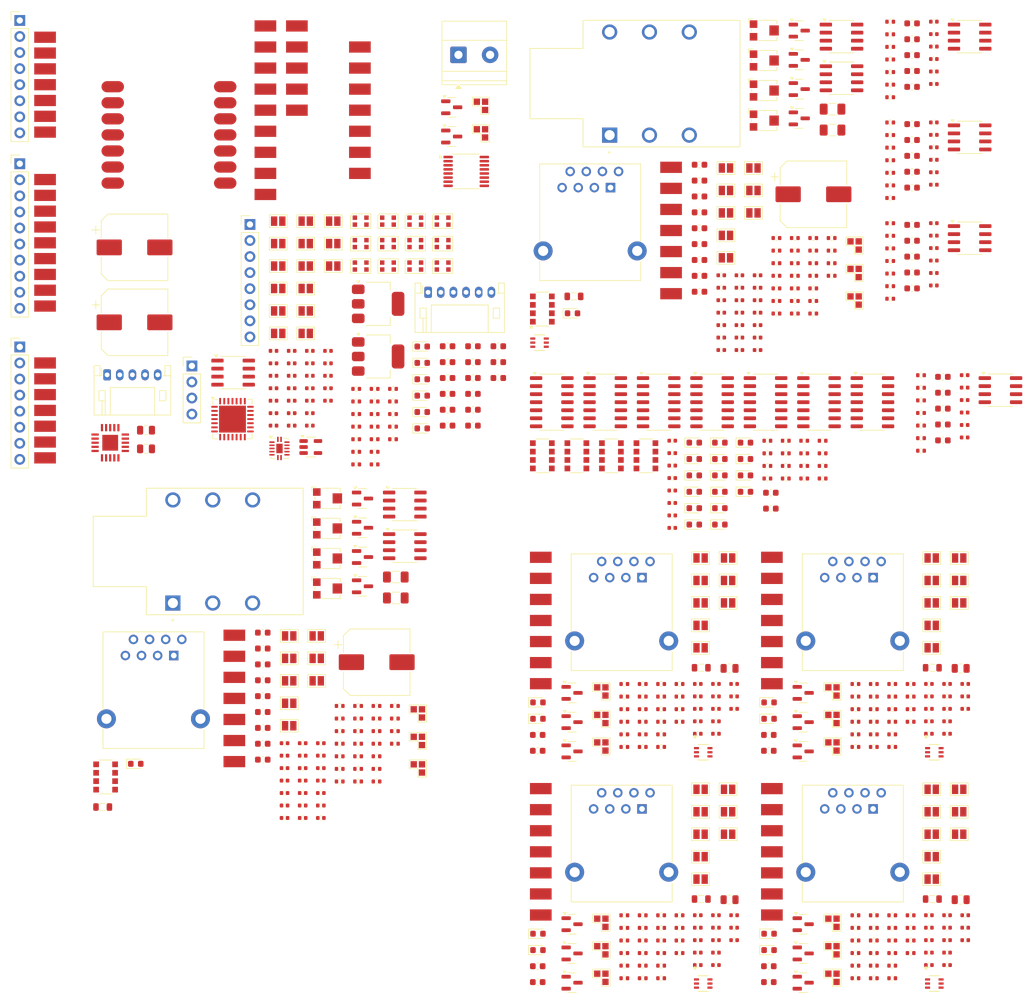
<source format=kicad_pcb>
(kicad_pcb (version 20241229) (generator "pcbnew") (generator_version "9.0")
  (layers (0 "F.Cu" signal) (2 "B.Cu" signal) (13 "F.Paste" user) (15 "B.Paste" user) (5 "F.SilkS" user "F.Silkscreen") (7 "B.SilkS" user "B.Silkscreen") (1 "F.Mask" user) (3 "B.Mask" user) (25 "Edge.Cuts" user))
  (net 0 "")
  (net 1 "+12V")
  (net 2 "GND")
  (net 3 "/+5V_SAMD")
  (net 4 "Net-(U103-VI)")
  (net 5 "/+5V")
  (net 6 "/+8V")
  (net 7 "Net-(JP106-C)")
  (net 8 "/+5V_LED_UPDWN")
  (net 9 "Net-(U106-CAP+)")
  (net 10 "Net-(U106-CAP-)")
  (net 11 "/-5V")
  (net 12 "/+5V_MCP23017")
  (net 13 "Net-(JP110-B)")
  (net 14 "/+5V_ADS7830")
  (net 15 "/+5V_MCP47")
  (net 16 "/+5V_CROSSPOINT")
  (net 17 "/VSS_CROSSPOINT")
  (net 18 "/CoDriver MIC Input/MIC_E_T")
  (net 19 "/CoDriver MIC Input/UP_IN")
  (net 20 "/CoDriver MIC Input/8VDC_OUT")
  (net 21 "/CoDriver MIC Input/~{PTT}_IN")
  (net 22 "Net-(D302-A)")
  (net 23 "/CoDriver MIC Input/DOWN_IN")
  (net 24 "Net-(D302-common)")
  (net 25 "/CODRIVER_MIC.MIC")
  (net 26 "/CoDriver MIC Input/GND_E")
  (net 27 "Net-(JP308-A)")
  (net 28 "Net-(D303-A)")
  (net 29 "Net-(JP310-C)")
  (net 30 "Net-(JP309-B)")
  (net 31 "/CoDriver MIC Input/2V5")
  (net 32 "Net-(C315-Pad1)")
  (net 33 "Net-(JP310-B)")
  (net 34 "/CoDriver MIC Input/1V6")
  (net 35 "Net-(JP310-A)")
  (net 36 "/CoDriver MIC Input/2V46")
  (net 37 "/CoDriver MIC Input/1V58")
  (net 38 "Net-(JP309-A)")
  (net 39 "Net-(U301A--)")
  (net 40 "Net-(C322-Pad1)")
  (net 41 "Net-(C323-Pad1)")
  (net 42 "Net-(U301B--)")
  (net 43 "Net-(JP311-A)")
  (net 44 "/+5V_CODRIVER")
  (net 45 "/Driver MIC Input/MIC_E_T")
  (net 46 "/Driver MIC Input/UP_IN")
  (net 47 "/Driver MIC Input/8VDC_OUT")
  (net 48 "/Driver MIC Input/~{PTT}_IN")
  (net 49 "Net-(D402-A)")
  (net 50 "/Driver MIC Input/DOWN_IN")
  (net 51 "Net-(D402-common)")
  (net 52 "/DRIVER_MIC.MIC")
  (net 53 "/Driver MIC Input/GND_E")
  (net 54 "Net-(JP408-A)")
  (net 55 "Net-(D403-A)")
  (net 56 "Net-(JP410-C)")
  (net 57 "/Driver MIC Input/2V5")
  (net 58 "Net-(JP409-B)")
  (net 59 "Net-(C415-Pad1)")
  (net 60 "Net-(JP410-B)")
  (net 61 "/Driver MIC Input/1V6")
  (net 62 "Net-(JP410-A)")
  (net 63 "/Driver MIC Input/2V46")
  (net 64 "/Driver MIC Input/1V58")
  (net 65 "Net-(JP409-A)")
  (net 66 "Net-(C422-Pad1)")
  (net 67 "Net-(U401A--)")
  (net 68 "Net-(C423-Pad1)")
  (net 69 "Net-(JP411-A)")
  (net 70 "Net-(U401B--)")
  (net 71 "/+5V_DRIVER")
  (net 72 "/D-710 MIC Output/MIC+")
  (net 73 "/D-710 MIC Output/MIC-")
  (net 74 "Net-(JP502-A)")
  (net 75 "Net-(C504-Pad2)")
  (net 76 "Net-(C505-Pad2)")
  (net 77 "Net-(JP503-A)")
  (net 78 "Net-(C506-Pad2)")
  (net 79 "Net-(JP505-A)")
  (net 80 "Net-(C507-Pad2)")
  (net 81 "Net-(JP503-B)")
  (net 82 "/+5V_MIC_710")
  (net 83 "/D-710 MIC Output/8VDC_RADIO_IN")
  (net 84 "/D-710 MIC Output/GND_E")
  (net 85 "/710_MIC.UP")
  (net 86 "/710_MIC.PTT")
  (net 87 "/710_MIC.DOWN")
  (net 88 "/TS-480 MIC Output/MIC+")
  (net 89 "/TS-480 MIC Output/MIC-")
  (net 90 "Net-(JP602-A)")
  (net 91 "Net-(C604-Pad2)")
  (net 92 "Net-(JP603-A)")
  (net 93 "Net-(C605-Pad2)")
  (net 94 "Net-(JP605-A)")
  (net 95 "Net-(C606-Pad2)")
  (net 96 "Net-(JP603-B)")
  (net 97 "Net-(C607-Pad2)")
  (net 98 "/+5V_MIC_480")
  (net 99 "/TS-480 MIC Output/8VDC_RADIO_IN")
  (net 100 "/TS-480 MIC Output/GND_E")
  (net 101 "/480_MIC.UP")
  (net 102 "/480_MIC.PTT")
  (net 103 "/480_MIC.DOWN")
  (net 104 "/D-700 MIC Output/MIC-")
  (net 105 "/D-700 MIC Output/MIC+")
  (net 106 "Net-(JP702-A)")
  (net 107 "Net-(C704-Pad2)")
  (net 108 "Net-(JP703-A)")
  (net 109 "Net-(C705-Pad2)")
  (net 110 "Net-(JP705-A)")
  (net 111 "Net-(C706-Pad2)")
  (net 112 "Net-(C707-Pad2)")
  (net 113 "Net-(JP703-B)")
  (net 114 "/+5V_MIC_700")
  (net 115 "/D-700 MIC Output/GND_E")
  (net 116 "/D-700 MIC Output/8VDC_RADIO_IN")
  (net 117 "/700_MIC.UP")
  (net 118 "/700_MIC.PTT")
  (net 119 "/700_MIC.DOWN")
  (net 120 "/EXTRA MIC Output/MIC+")
  (net 121 "/EXTRA MIC Output/MIC-")
  (net 122 "Net-(JP802-A)")
  (net 123 "Net-(C804-Pad2)")
  (net 124 "Net-(C805-Pad2)")
  (net 125 "Net-(JP803-A)")
  (net 126 "Net-(JP805-A)")
  (net 127 "Net-(C806-Pad2)")
  (net 128 "Net-(JP803-B)")
  (net 129 "Net-(C807-Pad2)")
  (net 130 "/+5V_MIC_EXTRA")
  (net 131 "/EXTRA MIC Output/8VDC_RADIO_IN")
  (net 132 "/EXTRA MIC Output/GND_E")
  (net 133 "/EXTRA_MIC.UP")
  (net 134 "/EXTRA_MIC.PTT")
  (net 135 "/EXTRA_MIC.DOWN")
  (net 136 "Net-(U901B--)")
  (net 137 "Net-(C905-Pad1)")
  (net 138 "Net-(C906-Pad2)")
  (net 139 "Net-(C908-Pad1)")
  (net 140 "Net-(C1005-Pad1)")
  (net 141 "Net-(U1001B--)")
  (net 142 "Net-(C1006-Pad2)")
  (net 143 "Net-(C1008-Pad1)")
  (net 144 "Net-(U1101B--)")
  (net 145 "Net-(C1105-Pad1)")
  (net 146 "Net-(C1106-Pad2)")
  (net 147 "Net-(C1108-Pad1)")
  (net 148 "Net-(C1205-Pad1)")
  (net 149 "Net-(U1201B--)")
  (net 150 "Net-(C1206-Pad2)")
  (net 151 "Net-(C1208-Pad1)")
  (net 152 "Net-(D101-K)")
  (net 153 "/+5V_OUT_SPI")
  (net 154 "/LED_+5V")
  (net 155 "/LED_-5V")
  (net 156 "/LED_+8V")
  (net 157 "/+5V_OUT_UART")
  (net 158 "Net-(D105-K)")
  (net 159 "Net-(D106-DIN)")
  (net 160 "Net-(D106-DOUT)")
  (net 161 "Net-(D107-DOUT)")
  (net 162 "Net-(D107-DIN)")
  (net 163 "Net-(D108-DOUT)")
  (net 164 "Net-(D109-DIN)")
  (net 165 "Net-(D110-DOUT)")
  (net 166 "Net-(D111-A)")
  (net 167 "Net-(D112-DIN)")
  (net 168 "Net-(D113-DOUT)")
  (net 169 "Net-(D114-DIN)")
  (net 170 "Net-(D115-DOUT)")
  (net 171 "Net-(D116-DIN)")
  (net 172 "Net-(D117-DOUT)")
  (net 173 "Net-(D119-A)")
  (net 174 "Net-(D120-A)")
  (net 175 "/4x4 Crosspoint Switch/LED_A0")
  (net 176 "/4x4 Crosspoint Switch/LED_A1")
  (net 177 "/4x4 Crosspoint Switch/LED_A2")
  (net 178 "/4x4 Crosspoint Switch/LED_A3")
  (net 179 "/4x4 Crosspoint Switch/LED_B0")
  (net 180 "/4x4 Crosspoint Switch/LED_B1")
  (net 181 "/4x4 Crosspoint Switch/LED_B2")
  (net 182 "/4x4 Crosspoint Switch/LED_B3")
  (net 183 "/4x4 Crosspoint Switch/LED_C0")
  (net 184 "/4x4 Crosspoint Switch/LED_C1")
  (net 185 "/4x4 Crosspoint Switch/LED_C2")
  (net 186 "/4x4 Crosspoint Switch/LED_C3")
  (net 187 "/4x4 Crosspoint Switch/LED_D0")
  (net 188 "/4x4 Crosspoint Switch/LED_D1")
  (net 189 "/4x4 Crosspoint Switch/LED_D2")
  (net 190 "/4x4 Crosspoint Switch/LED_D3")
  (net 191 "Net-(D301-A)")
  (net 192 "Net-(D301-K)")
  (net 193 "Net-(D302-K)")
  (net 194 "Net-(D401-A)")
  (net 195 "Net-(D401-K)")
  (net 196 "Net-(D402-K)")
  (net 197 "/D-710 MIC Output/~{PTT}")
  (net 198 "Net-(D504-K)")
  (net 199 "Net-(D504-A)")
  (net 200 "Net-(D505-A)")
  (net 201 "/TS-480 MIC Output/~{PTT}")
  (net 202 "Net-(D604-K)")
  (net 203 "Net-(D604-A)")
  (net 204 "Net-(D605-A)")
  (net 205 "/D-700 MIC Output/~{PTT}")
  (net 206 "Net-(D704-A)")
  (net 207 "Net-(D704-K)")
  (net 208 "Net-(D705-A)")
  (net 209 "/EXTRA MIC Output/~{PTT}")
  (net 210 "Net-(D804-A)")
  (net 211 "Net-(D804-K)")
  (net 212 "Net-(D805-A)")
  (net 213 "Net-(J102-Pin_5)")
  (net 214 "Net-(J104-Pin_6)")
  (net 215 "/+8V_CODRIVER")
  (net 216 "/+8V_DRIVER")
  (net 217 "/SAMD_SCK")
  (net 218 "/SAMD_MOSI")
  (net 219 "/SAMD_MISO")
  (net 220 "/SAMD_TX")
  (net 221 "/SAMD_RX")
  (net 222 "/SAMD_SCL")
  (net 223 "/SAMD_SDA")
  (net 224 "/CODRIVER_MIC.PTT")
  (net 225 "/DRIVER_MIC.PTT")
  (net 226 "/CODRIVER_MIC.UP")
  (net 227 "/DRIVER_MIC.UP")
  (net 228 "/700_MIC.DN")
  (net 229 "/EXTRA_MIC.DN")
  (net 230 "/710_MIC.DN")
  (net 231 "/480_MIC.DN")
  (net 232 "/DRIVER_MIC.DN")
  (net 233 "/CODRIVER_MIC.DN")
  (net 234 "/710_MIC.MIC")
  (net 235 "/CROSSMIC_A")
  (net 236 "/CROSSMIC_B")
  (net 237 "/480_MIC.MIC")
  (net 238 "/EXTRA_MIC.MIC")
  (net 239 "/700_MIC.MIC")
  (net 240 "/CoDriver MIC Input/DOWN_T")
  (net 241 "/CoDriver MIC Input/NC")
  (net 242 "/CoDriver MIC Input/~{PTT}_T")
  (net 243 "/CoDriver MIC Input/UP_T")
  (net 244 "/CoDriver MIC Input/8VDC_OUT_T")
  (net 245 "/CoDriver MIC Input/MIC_GND_T")
  (net 246 "/CoDriver MIC Input/GND_E_T")
  (net 247 "/Driver MIC Input/~{PTT}_T")
  (net 248 "/Driver MIC Input/NC")
  (net 249 "/Driver MIC Input/GND_E_T")
  (net 250 "/Driver MIC Input/8VDC_OUT_T")
  (net 251 "/Driver MIC Input/MIC_GND_T")
  (net 252 "/Driver MIC Input/UP_T")
  (net 253 "/Driver MIC Input/DOWN_T")
  (net 254 "/D-710 MIC Output/MIC_GND_T")
  (net 255 "/D-710 MIC Output/UP_T")
  (net 256 "/D-710 MIC Output/DOWN_T")
  (net 257 "/D-710 MIC Output/NC")
  (net 258 "/D-710 MIC Output/MIC_T")
  (net 259 "/D-710 MIC Output/8VDC_RADIO_IN_T")
  (net 260 "/D-710 MIC Output/~{PTT}_T")
  (net 261 "/D-710 MIC Output/GND_E_T")
  (net 262 "/TS-480 MIC Output/~{PTT}_T")
  (net 263 "/TS-480 MIC Output/DOWN_T")
  (net 264 "/TS-480 MIC Output/GND_E_T")
  (net 265 "/TS-480 MIC Output/UP_T")
  (net 266 "/TS-480 MIC Output/8VDC_RADIO_IN_T")
  (net 267 "/TS-480 MIC Output/NC")
  (net 268 "/TS-480 MIC Output/MIC_T")
  (net 269 "/TS-480 MIC Output/MIC_GND_T")
  (net 270 "/D-700 MIC Output/MIC_T")
  (net 271 "/D-700 MIC Output/~{PTT}_T")
  (net 272 "/D-700 MIC Output/8VDC_RADIO_IN_T")
  (net 273 "/D-700 MIC Output/DOWN_T")
  (net 274 "/D-700 MIC Output/MIC_GND_T")
  (net 275 "/D-700 MIC Output/UP_T")
  (net 276 "/D-700 MIC Output/GND_E_T")
  (net 277 "/D-700 MIC Output/NC")
  (net 278 "/EXTRA MIC Output/8VDC_RADIO_IN_T")
  (net 279 "/EXTRA MIC Output/MIC_T")
  (net 280 "/EXTRA MIC Output/MIC_GND_T")
  (net 281 "/EXTRA MIC Output/UP_T")
  (net 282 "/EXTRA MIC Output/~{PTT}_T")
  (net 283 "/EXTRA MIC Output/DOWN_T")
  (net 284 "/EXTRA MIC Output/NC")
  (net 285 "/EXTRA MIC Output/GND_E_T")
  (net 286 "Net-(JP106-B)")
  (net 287 "Net-(JP311-B)")
  (net 288 "Net-(JP411-B)")
  (net 289 "Net-(JP501-B)")
  (net 290 "/D-710 MIC Output/Single to Differential/IN_S")
  (net 291 "/D-710 MIC Output/MIC_GND")
  (net 292 "Net-(JP505-B)")
  (net 293 "Net-(JP601-B)")
  (net 294 "/TS-480 MIC Output/Single to Differential/IN_S")
  (net 295 "/TS-480 MIC Output/MIC_GND")
  (net 296 "Net-(JP605-B)")
  (net 297 "/D-700 MIC Output/Single to Differential/IN_S")
  (net 298 "Net-(JP701-B)")
  (net 299 "Net-(JP705-B)")
  (net 300 "/D-700 MIC Output/MIC_GND")
  (net 301 "Net-(JP801-B)")
  (net 302 "/EXTRA MIC Output/Single to Differential/IN_S")
  (net 303 "Net-(JP805-B)")
  (net 304 "/EXTRA MIC Output/MIC_GND")
  (net 305 "Net-(U104-ADJ)")
  (net 306 "Net-(U106-OSC)")
  (net 307 "/SAMD_LED_UPDWN")
  (net 308 "Net-(R201-Pad2)")
  (net 309 "Net-(R202-Pad2)")
  (net 310 "Net-(R203-Pad2)")
  (net 311 "Net-(R204-Pad2)")
  (net 312 "Net-(R205-Pad2)")
  (net 313 "Net-(R206-Pad2)")
  (net 314 "Net-(R207-Pad2)")
  (net 315 "Net-(R208-Pad2)")
  (net 316 "Net-(R209-Pad2)")
  (net 317 "Net-(R210-Pad2)")
  (net 318 "Net-(R211-Pad2)")
  (net 319 "Net-(R212-Pad2)")
  (net 320 "Net-(R213-Pad2)")
  (net 321 "Net-(R214-Pad2)")
  (net 322 "Net-(R215-Pad2)")
  (net 323 "Net-(R216-Pad2)")
  (net 324 "/CODRIVER_MIC.DOWN")
  (net 325 "/CoDriver MIC Input/2V47")
  (net 326 "/CoDriver MIC Input/1V59")
  (net 327 "/CoDriver MIC Input/1V61")
  (net 328 "/DRIVER_MIC.DOWN")
  (net 329 "/Driver MIC Input/2V47")
  (net 330 "/Driver MIC Input/1V59")
  (net 331 "/Driver MIC Input/1V61")
  (net 332 "Net-(R506-Pad2)")
  (net 333 "Net-(R507-Pad2)")
  (net 334 "Net-(R508-Pad2)")
  (net 335 "Net-(R606-Pad2)")
  (net 336 "Net-(R607-Pad2)")
  (net 337 "Net-(R608-Pad2)")
  (net 338 "Net-(R706-Pad2)")
  (net 339 "Net-(R707-Pad2)")
  (net 340 "Net-(R708-Pad2)")
  (net 341 "Net-(R806-Pad2)")
  (net 342 "Net-(R807-Pad2)")
  (net 343 "Net-(R808-Pad2)")
  (net 344 "Net-(U901A-+)")
  (net 345 "Net-(U901B-+)")
  (net 346 "Net-(U901A--)")
  (net 347 "Net-(U1001A-+)")
  (net 348 "Net-(U1001B-+)")
  (net 349 "Net-(U1001A--)")
  (net 350 "Net-(U1101A-+)")
  (net 351 "Net-(U1101B-+)")
  (net 352 "Net-(U1101A--)")
  (net 353 "Net-(U1201A-+)")
  (net 354 "Net-(U1201B-+)")
  (net 355 "Net-(U1201A--)")
  (net 356 "/4x4 Crosspoint Switch/A0_T")
  (net 357 "/4x4 Crosspoint Switch/A0")
  (net 358 "/4x4 Crosspoint Switch/A3")
  (net 359 "/4x4 Crosspoint Switch/A2_T")
  (net 360 "/4x4 Crosspoint Switch/A1_T")
  (net 361 "/4x4 Crosspoint Switch/A1")
  (net 362 "/4x4 Crosspoint Switch/A2")
  (net 363 "/4x4 Crosspoint Switch/A3_T")
  (net 364 "/4x4 Crosspoint Switch/B3")
  (net 365 "/4x4 Crosspoint Switch/B1_T")
  (net 366 "/4x4 Crosspoint Switch/B2_T")
  (net 367 "/4x4 Crosspoint Switch/B2")
  (net 368 "/4x4 Crosspoint Switch/B1")
  (net 369 "/4x4 Crosspoint Switch/B3_T")
  (net 370 "/4x4 Crosspoint Switch/B0")
  (net 371 "/4x4 Crosspoint Switch/B0_T")
  (net 372 "/4x4 Crosspoint Switch/C2_T")
  (net 373 "/4x4 Crosspoint Switch/C0_T")
  (net 374 "/4x4 Crosspoint Switch/C2")
  (net 375 "/4x4 Crosspoint Switch/C3_T")
  (net 376 "/4x4 Crosspoint Switch/C1_T")
  (net 377 "/4x4 Crosspoint Switch/C0")
  (net 378 "/4x4 Crosspoint Switch/C1")
  (net 379 "/4x4 Crosspoint Switch/C3")
  (net 380 "/4x4 Crosspoint Switch/D3")
  (net 381 "/4x4 Crosspoint Switch/D3_T")
  (net 382 "/4x4 Crosspoint Switch/D0_T")
  (net 383 "/4x4 Crosspoint Switch/D2")
  (net 384 "/4x4 Crosspoint Switch/D1")
  (net 385 "/4x4 Crosspoint Switch/D2_T")
  (net 386 "/4x4 Crosspoint Switch/D0")
  (net 387 "/4x4 Crosspoint Switch/D1_T")
  (net 400 "Net-(U108-CH3)")
  (net 403 "/SAMD_PTT_SR")
  (net 404 "/SAMD_PTT_CP")
  (net 405 "/SAMD_PTT_~{RST}")
  (net 409 "/CURRENT_SENSE")
  (net 414 "/INTA0")
  (net 415 "/INTB0")
  (net 430 "Net-(U101-PAD)")
  (footprint "Fuse:Fuse_1206_3216Metric" (layer "F.Cu") (at 132.0013 32.17576)
    (property "Reference" "F302")
    (property "Value" "0ZCJ0010FF2E")
  )
  (footprint "Capacitor_SMD:C_0402_1005Metric" (layer "F.Cu") (at 152.8913 80.77576)
    (property "Reference" "C1011")
    (property "Value" "26n")
  )
  (footprint "Resistor_SMD:R_0402_1005Metric" (layer "F.Cu") (at 138.5313 119.75576)
    (property "Reference" "R807")
    (property "Value" "2k32")
  )
  (footprint "Capacitor_SMD:C_0402_1005Metric" (layer "F.Cu") (at 152.9813 158.28576)
    (property "Reference" "C614")
    (property "Value" "1nF")
  )
  (footprint "Resistor_SMD:R_0402_1005Metric" (layer "F.Cu") (at 144.3513 121.74576)
    (property "Reference" "R820")
    (property "Value" "600")
  )
  (footprint "Resistor_SMD:R_0402_1005Metric" (layer "F.Cu") (at 101.9913 121.74576)
    (property "Reference" "R508")
    (property "Value" "4k7")
  )
  (footprint "Jumper:SolderJumper-2_P1.3mm_Open_Pad1.0x1.5mm" (layer "F.Cu") (at 44.3613 64.32576)
    (property "Reference" "JP107")
    (property "Value" "Jumper_2_Small_Open")
  )
  (footprint "Package_TO_SOT_SMD:SOT-23" (layer "F.Cu") (at 126.7413 25.70076)
    (property "Reference" "D304")
    (property "Value" "SBAV99LT1G")
  )
  (footprint "Resistor_SMD:R_0402_1005Metric" (layer "F.Cu") (at 54.0813 129.19576)
    (property "Reference" "R404")
    (property "Value" "47")
  )
  (footprint "Capacitor_SMD:C_0603_1608Metric" (layer "F.Cu") (at 79.1613 66.35576)
    (property "Reference" "C136")
    (property "Value" "22uF")
  )
  (footprint "Capacitor_SMD:C_0603_1608Metric" (layer "F.Cu") (at 85.3913 130.31576)
    (property "Reference" "C512")
    (property "Value" "10uF")
  )
  (footprint "Resistor_SMD:R_0402_1005Metric" (layer "F.Cu") (at 104.9013 119.75576)
    (property "Reference" "R513")
    (property "Value" "4k75")
  )
  (footprint "Capacitor_SMD:C_0402_1005Metric" (layer "F.Cu") (at 51.1013 131.08576)
    (property "Reference" "C420")
    (property "Value" "22nF")
  )
  (footprint "Capacitor_SMD:C_0603_1608Metric" (layer "F.Cu") (at 149.4513 73.70576)
    (property "Reference" "C1004")
    (property "Value" "22uF")
  )
  (footprint "Resistor_SMD:R_0402_1005Metric" (layer "F.Cu") (at 127.5213 81.29576)
    (property "Reference" "R209")
    (property "Value" "390")
  )
  (footprint "Inductor_SMD:L_0805_2012Metric" (layer "F.Cu") (at 147.7813 153.75576)
    (property "Reference" "L601")
    (property "Value" "10u")
  )
  (footprint "Resistor_SMD:R_0402_1005Metric" (layer "F.Cu") (at 101.9913 123.73576)
    (property "Reference" "R509")
    (property "Value" "680")
  )
  (footprint "Resistor_SMD:R_0402_1005Metric" (layer "F.Cu") (at 124.6113 85.27576)
    (property "Reference" "R207")
    (property "Value" "390")
  )
  (footprint "Libraries:KEYSTONE_5017" (layer "F.Cu") (at 7.5 32.5)
    (property "Reference" "TP121")
    (property "Value" "TestPoint_Flag")
  )
  (footprint "Resistor_SMD:R_0402_1005Metric" (layer "F.Cu") (at 56.6913 81.05576)
    (property "Reference" "R105")
    (property "Value" "1k3")
  )
  (footprint "Package_SO:SOIC-14_3.9x8.7mm_P1.27mm" (layer "F.Cu") (at 121.4113 75.20076)
    (property "Reference" "U205")
    (property "Value" "74HC14")
  )
  (footprint "Libraries:SolderBridge_3L" (layer "F.Cu") (at 131.3413 124.63576)
    (property "Reference" "JP803")
    (property "Value" "Jumper_3_Open")
  )
  (footprint "Capacitor_SMD:C_0402_1005Metric" (layer "F.Cu") (at 110.7013 125.65576)
    (property "Reference" "C505")
    (property "Value" "22nF")
  )
  (footprint "Capacitor_SMD:C_0402_1005Metric" (layer "F.Cu") (at 113.5713 160.25576)
    (property "Reference" "C709")
    (property "Value" "100nF")
  )
  (footprint "Capacitor_SMD:C_0402_1005Metric" (layer "F.Cu") (at 45.3613 135.02576)
    (property "Reference" "C405")
    (property "Value" "1000p")
  )
  (footprint "Package_TO_SOT_SMD:SOT-23" (layer "F.Cu") (at 90.8213 125.78576)
    (property "Reference" "D502")
    (property "Value" "SBAV99LT1G")
  )
  (footprint "Resistor_SMD:R_0402_1005Metric" (layer "F.Cu") (at 121.7013 81.29576)
    (property "Reference" "R201")
    (property "Value" "390")
  )
  (footprint "LED_SMD:LED_0603_1608Metric" (layer "F.Cu") (at 114.1913 89.36576)
    (property "Reference" "D210")
    (property "Value" "Green")
  )
  (footprint "Resistor_SMD:R_0402_1005Metric" (layer "F.Cu") (at 141.4413 125.72576)
    (property "Reference" "R816")
    (property "Value" "640")
  )
  (footprint "Capacitor_SMD:C_0402_1005Metric" (layer "F.Cu") (at 106.6613 91.13576)
    (property "Reference" "C206")
    (property "Value" "100nF")
  )
  (footprint "Capacitor_SMD:C_0402_1005Metric" (layer "F.Cu") (at 113.5713 164.19576)
    (property "Reference" "C711")
    (property "Value" "1nF")
  )
  (footprint "Capacitor_SMD:C_0603_1608Metric" (layer "F.Cu") (at 71.1413 73.88576)
    (property "Reference" "C106")
    (property "Value" "22uF")
  )
  (footprint "Potentiometer_SMD:Potentiometer_Bourns_TC33X_Vertical" (layer "F.Cu") (at 52.2613 95.15576)
    (property "Reference" "RV402")
    (property "Value" "5k")
  )
  (footprint "Resistor_SMD:R_0402_1005Metric" (layer "F.Cu") (at 124.6113 83.28576)
    (property "Reference" "R206")
    (property "Value" "390")
  )
  (footprint "Package_TO_SOT_SMD:SOT-23" (layer "F.Cu") (at 127.3613 121.16076)
    (property "Reference" "D801")
    (property "Value" "SBAV99LT1G")
  )
  (footprint "Libraries:KEYSTONE_5017" (layer "F.Cu") (at 106.4763 48.05576)
    (property "Reference" "TP304")
    (property "Value" "TestPoint_Flag")
  )
  (footprint "Capacitor_SMD:C_0603_1608Metric" (layer "F.Cu") (at 41.9213 116.65576)
    (property "Reference" "C414")
    (property "Value" "1uF")
  )
  (footprint "Capacitor_SMD:C_0402_1005Metric" (layer "F.Cu") (at 117.2813 57.10576)
    (property "Reference" "C310")
    (property "Value" "10nF")
  )
  (footprint "Capacitor_SMD:C_0603_1608Metric" (layer "F.Cu") (at 144.5813 49.67576)
    (property "Reference" "C904")
    (property "Value" "22uF")
  )
  (footprint "Resistor_SMD:R_0402_1005Metric" (layer "F.Cu") (at 59.9013 123.22576)
    (property "Reference" "R415")
    (property "Value" "1k")
  )
  (footprint "Capacitor_SMD:C_0402_1005Metric" (layer "F.Cu") (at 52.2313 67.08576)
    (property "Reference" "C137")
    (property "Value" "100nF")
  )
  (footprint "Capacitor_SMD:C_0402_1005Metric" (layer "F.Cu") (at 148.0213 48.86576)
    (property "Reference" "C903")
    (property "Value" "100nF")
  )
  (footprint "Capacitor_SMD:C_0402_1005Metric" (layer "F.Cu") (at 148.0213 36.87576)
    (property "Reference" "C1209")
    (property "Value" "13n")
  )
  (footprint "Resistor_SMD:R_0402_1005Metric" (layer "F.Cu") (at 107.8113 119.75576)
    (property "Reference" "R519")
    (property "Value" "330")
  )
  (footprint "Capacitor_SMD:C_0603_1608Metric" (layer "F.Cu") (at 144.5813 17.81576)
    (property "Reference" "C1104")
    (property "Value" "22uF")
  )
  (footprint "Libraries:KEYSTONE_5017" (layer "F.Cu") (at 85.8763 103.05576)
    (property "Reference" "TP502")
    (property "Value" "TestPoint_Flag")
  )
  (footprint "Libraries:KEYSTONE_5017" (layer "F.Cu") (at 57.2763 39.02576)
    (property "Reference" "TP135")
    (property "Value" "TestPoint_Flag")
  )
  (footprint "Resistor_SMD:R_0402_1005Metric" (layer "F.Cu") (at 104.9013 166.27576)
    (property "Reference" "R718")
    (property "Value" "15k")
  )
  (footprint "Capacitor_SMD:C_0402_1005Metric" (layer "F.Cu") (at 110.7013 158.28576)
    (property "Reference" "C702")
    (property "Value" "10nF")
  )
  (footprint "Libraries:KEYSTONE_5017" (layer "F.Cu") (at 42.3363 19.04576)
    (property "Reference" "TP102")
    (property "Value" "TestPoint_Flag")
  )
  (footprint "Package_SO:SOIC-14_3.9x8.7mm_P1.27mm" (layer "F.Cu") (at 129.8613 75.20076)
    (property "Reference" "U206")
    (property "Value" "74HC14")
  )
  (footprint "Capacitor_SMD:C_0603_1608Metric" (layer "F.Cu") (at 144.5813 41.27576)
    (property "Reference" "C1208")
    (property "Value" "22uF")
  )
  (footprint "Libraries:KEYSTONE_5017" (layer "F.Cu") (at 57.2763 32.36576)
    (property "Reference" "TP133")
    (property "Value" "TestPoint_Flag")
  )
  (footprint "Resistor_SMD:R_0402_1005Metric" (layer "F.Cu") (at 141.4413 127.71576)
    (property "Reference" "R817")
    (property "Value" "640")
  )
  (footprint "Resistor_SMD:R_0402_1005Metric" (layer "F.Cu") (at 145.9913 76.90576)
    (property "Reference" "R1004")
    (property "Value" "1k")
  )
  (footprint "Libraries:Mystery_RJ45" (layer "F.Cu") (at 138.3683 139.50576)
    (property "Reference" "J601")
    (property "Value" "8P8C Jack")
  )
  (footprint "Capacitor_SMD:C_0603_1608Metric" (layer "F.Cu") (at 144.5813 15.30576)
    (property "Reference" "C1102")
    (property "Value" "22uF")
  )
  (footprint "Capacitor_SMD:C_0603_1608Metric" (layer "F.Cu") (at 71.1413 71.37576)
    (property "Reference" "C104")
    (property "Value" "22uF")
  )
  (footprint "LED_SMD:LED_0603_1608Metric" (layer "F.Cu") (at 67.1313 66.39576)
    (property "Reference" "D102")
    (property "Value" "Green")
  )
  (footprint "Resistor_SMD:R_0402_1005Metric" (layer "F.Cu") (at 145.9913 72.92576)
    (property "Reference" "R1002")
    (property "Value" "4k7")
  )
  (footprint "Libraries:SOT363_NXP" (layer "F.Cu") (at 111.557 167.11586)
    (property "Reference" "Q701")
    (property "Value" "PUMH11")
  )
  (footprint "Resistor_SMD:R_0402_1005Metric" (layer "F.Cu") (at 135.6213 166.27576)
    (property "Reference" "R606")
    (property "Value" "2k32")
  )
  (footprint "Resistor_SMD:R_0402_1005Metric" (layer "F.Cu") (at 141.4413 160.30576)
    (property "Reference" "R615")
    (property "Value" "9k53")
  )
  (footprint "Capacitor_SMD:C_0603_1608Metric" (layer "F.Cu") (at 144.5813 25.34576)
    (property "Reference" "C1108")
    (property "Value" "22uF")
  )
  (footprint "Capacitor_SMD:C_0603_1608Metric" (layer "F.Cu") (at 144.5813 31.23576)
    (property "Reference" "C1202")
    (property "Value" "22uF")
  )
  (footprint "Libraries:KEYSTONE_5017" (layer "F.Cu") (at 85.8763 113.04576)
    (property "Reference" "TP505")
    (property "Value" "TestPoint_Flag")
  )
  (footprint "Capacitor_SMD:C_0402_1005Metric" (layer "F.Cu") (at 110.7013 164.19576)
    (property "Reference" "C706")
    (property "Value" "22nF")
  )
  (footprint "Libraries:SolderBridge_3L" (layer "F.Cu") (at 94.8013 161.20576)
    (property "Reference" "JP703")
    (property "Value" "Jumper_3_Open")
  )
  (footprint "Libraries:KEYSTONE_5017" (layer "F.Cu") (at 7.5 47.5)
    (property "Reference" "TP139")
    (property "Value" "TestPoint_Flag")
  )
  (footprint "Resistor_SMD:R_0402_1005Metric" (layer "F.Cu") (at 104.9013 121.74576)
    (property "Reference" "R514")
    (property "Value" "4k75")
  )
  (footprint "Resistor_SMD:R_0402_1005Metric" (layer "F.Cu") (at 141.1213 24.99576)
    (property "Reference" "R1106")
    (property "Value" "298")
  )
  (footprint "Capacitor_SMD:C_0402_1005Metric" (layer "F.Cu") (at 148.0213 24.88576)
    (property "Reference" "C1111")
    (property "Value" "26n")
  )
  (footprint "Resistor_SMD:R_0402_1005Metric" (layer "F.Cu") (at 54.0813 123.22576)
    (property "Reference" "R401")
    (property "Value" "1k")
  )
  (footprint "Libraries:KEYSTONE_5017" (layer "F.Cu") (at 42.3363 32.36576)
    (property "Reference" "TP106")
    (property "Value" "TestPoint_Flag")
  )
  (footprint "Resistor_SMD:R_0402_1005Metric" (layer "F.Cu") (at 104.9013 158.31576)
    (property "Reference" "R714")
    (property "Value" "4k75")
  )
  (footprint "Resistor_SMD:R_0402_1005Metric" (layer "F.Cu") (at 131.8613 49.24576)
    (property "Reference" "R322")
    (property "Value" "330k")
  )
  (footprint "Resistor_SMD:R_0402_1005Metric" (layer "F.Cu") (at 126.0413 61.18576)
    (property "Reference" "R314")
    (property "Value" "4k7")
  )
  (footprint "Libraries:LED_WS2812B-2020_PLCC4_2.0x2.0mm" (layer "F.Cu") (at 66.0363 46.57576)
    (property "Reference" "D113")
    (property "Value" "WS2812B")
  )
  (footprint "Capacitor_SMD:C_0603_1608Metric" (layer "F.Cu") (at 110.9713 50.20576)
    (property "Reference" "C322")
    (property "Value" "0603")
  )
  (footprint "Resistor_SMD:R_0402_1005Metric" (layer "F.Cu") (at 59.9013 135.16576)
    (property "Reference" "R421")
    (property "Value" "22k")
  )
  (footprint "Inductor_SMD:L_0805_2012Metric" (layer "F.Cu") (at 111.2413 117.18576)
    (property "Reference" "L501")
    (property "Value" "10u")
  )
  (footprint "Resistor_SMD:R_0402_1005Metric" (layer "F.Cu") (at 141.4413 166.27576)
    (property "Reference" "R618")
    (property "Value" "15k")
  )
  (footprint "Jumper:SolderJumper-2_P1.3mm_Open_Pad1.0x1.5mm" (layer "F.Cu") (at 147.6813 99.83576)
    (property "Reference" "JP802")
    (property "Value" "Jumper_2_Small_Open")
  )
  (footprint "Libraries:KEYSTONE_5017" (layer "F.Cu") (at 106.4763 54.71576)
    (property "Reference" "TP306")
    (property "Value" "TestPoint_Flag")
  )
  (footprint "LED_SMD:LED_0603_1608Metric" (layer "F.Cu") (at 110.1413 94.54576)
    (property "Reference" "D206")
    (property "Value" "Green")
  )
  (footprint "Capacitor_SMD:C_0402_1005Metric" (layer "F.Cu") (at 150.1113 127.62576)
    (property "Reference" "C811")
    (property "Value" "1nF")
  )
  (footprint "Capacitor_SMD:C_0402_1005Metric" (layer "F.Cu") (at 148.0213 22.91576)
    (property "Reference" "C1110")
    (property "Value" "26n")
  )
  (footprint "Capacitor_SMD:C_0402_1005Metric" (layer "F.Cu") (at 148.0213 34.90576)
    (property "Reference" "C1206")
    (property "Value" "150pF")
  )
  (footprint "LED_SMD:LED_0603_1608Metric" (layer "F.Cu") (at 121.9713 159.23576)
    (property "Reference" "D604")
    (property "Value" "Green")
  )
  (footprint "Package_TO_SOT_SMD:SOT-23" (layer "F.Cu") (at 57.6913 104.30576)
    (property "Reference" "D405")
    (property "Value" "SBAV99LT1G")
  )
  (footprint "Libraries:SolderBridge_3L" (layer "F.Cu") (at 65.7913 132.45576)
    (property "Reference" "JP411")
    (property "Value" "Jumper_3_Open")
  )
  (footprint "Resistor_SMD:R_0402_1005Metric" (layer "F.Cu") (at 56.9913 123.22576)
    (property "Reference" "R408")
    (property "Value" "100")
  )
  (footprint "Package_TO_SOT_SMD:SOT-23" (layer "F.Cu") (at 127.3613 162.35576)
    (property "Reference" "D602")
    (property "Value" "SBAV99LT1G")
  )
  (footprint "Libraries:KEYSTONE_5017" (layer "F.Cu") (at 57.2763 29.03576)
    (property "Reference" "TP132")
    (property "Value" "TestPoint_Flag")
  )
  (footprint "Capacitor_SMD:C_0402_1005Metric" (layer "F.Cu") (at 150.1113 156.31576)
    (property "Reference" "C607")
    (property "Value" "22nF")
  )
  (footprint "Libraries:SolderBridge_3L" (layer "F.Cu") (at 134.8413 49.77576)
    (property "Reference" "JP309")
    (property "Value" "Jumper_3_Open")
  )
  (footprint "Capacitor_SMD:C_0402_1005Metric" (layer "F.Cu") (at 150.1113 119.74576)
    (property "Reference" "C807")
    (property "Value" "22nF")
  )
  (footprint "Capacitor_SMD:C_0603_1608Metric" (layer "F.Cu") (at 75.1513 78.90576)
    (property "Reference" "C129")
    (property "Value" "22uF")
  )
  (footprint "Capacitor_SMD:C_0603_1608Metric" (layer "F.Cu") (at 41.9213 129.20576)
    (property "Reference" "C429")
    (property "Value" "22uF")
  )
  (footprint "Libraries:KEYSTONE_5017" (layer "F.Cu") (at 122.4163 146.28576)
    (property "Reference" "TP604")
    (property "Value" "TestPoint_Flag")
  )
  (footprint "Resistor_SMD:R_0402_1005Metric" (layer "F.Cu") (at 62.5113 73.09576)
    (property "Reference" "R115")
    (property "Value" "4k7")
  )
  (footprint "Fuse:Fuse_0805_2012Metric" (layer "F.Cu") (at 115.7213 153.85576)
    (property "Reference" "F701")
    (property "Value" "MINISMDC050-02")
  )
  (footprint "Libraries:LED_WS2812B-2020_PLCC4_2.0x2.0mm" (layer "F.Cu") (at 61.7163 46.57576)
    (property "Reference" "D109")
    (property "Value" "WS2812B")
  )
  (footprint "Libraries:LED_WS2812B-2020_PLCC4_2.0x2.0mm" (layer "F.Cu") (at 70.3563 53.67576)
    (property "Reference" "D118")
    (property "Value" "WS2812B")
  )
  (footprint "Resistor_SMD:R_0402_1005Metric" (layer "F.Cu") (at 126.0413 53.22576)
    (property "Reference" "R310")
    (property "Value" "47")
  )
  (footprint "Inductor_SMD:L_0805_2012Metric" (layer "F.Cu") (at 16.6113 139.20576)
    (property "Reference" "L401")
    (property "Value" "10u")
  )
  (footprint "Libraries:SolderBridge_3L" (layer "F.Cu") (at 65.7913 128.10576)
    (property "Reference" "JP410")
    (property "Value" "Jumper_3_Open")
  )
  (footprint "Libraries:CUI_SJ-63073E" (layer "F.Cu") (at 96.7613 24.82576)
    (property "Reference" "J303")
    (property "Value" "SJ-63073E")
  )
  (footprint "Libraries:LED_WS2812B-2020_PLCC4_2.0x2.0mm" (layer "F.Cu") (at 70.3563 50.12576)
    (property "Reference" "D117")
    (property "Value" "WS2812B")
  )
  (footprint "Jumper:SolderJumper-2_P1.3mm_Open_Pad1.0x1.5mm" (layer "F.Cu") (at 111.1413 150.60576)
    (property "Reference" "JP708")
    (property "Value" "Jumper_2_Small_Open")
  )
  (footprint "Jumper:SolderJumper-2_P1.3mm_Open_Pad1.0x1.5mm" (layer "F.Cu") (at 111.1413 106.93576)
    (property "Reference" "JP506")
    (property "Value" "Jumper_2_Small_Open")
  )
  (footprint "Jumper:SolderJumper-2_P1.3mm_Open_Pad1.0x1.5mm" (layer "F.Cu") (at 50.4513 115.70576)
    (property "Reference" "JP407")
    (property "Value" "Jumper_2_Small_Open")
  )
  (footprint "Libraries:KEYSTONE_5017" (layer "F.Cu") (at 7.5 20)
    (property "Reference" "TP116")
    (property "Value" "TestPoint_Flag")
  )
  (footprint "Package_SO:SOIC-8_3.9x4.9mm_P1.27mm" (layer "F.Cu") (at 133.4213 17.40576)
    (property "Reference" "U301")
    (property "Value" "TLV2372")
  )
  (footprint "Libraries:SOT363_NXP" (layer "F.Cu") (at 148.097 167.11586)
    (property "Reference" "Q601")
    (property "Value" "PUMH11")
  )
  (footprint "Resistor_SMD:R_Array_Convex_4x1206" (layer "F.Cu") (at 86.1213 83.67576)
    (property "Reference" "RN201")
    (property "Value" "680")
  )
  (footprint "Capacitor_SMD:CP_Elec_10x10" (layer "F.Cu") (at 59.9363 116.30576)
    (property "Reference" "C431")
    (property "Value" "220uF")
  )
  (footprint "Potentiometer_SMD:Potentiometer_Bourns_TC33X_Vertical" (layer "F.Cu") (at 52.2613 99.90576)
    (property "Reference" "RV403")
    (property "Value" "50k")
  )
  (footprint "Libraries:SolderBridge_3L" (layer "F.Cu") (at 94.8013 165.55576)
    (property "Reference" "JP705")
    (property "Value" "Jumper_3_Open")
  )
  (footprint "Resistor_SMD:R_0402_1005Metric" (layer "F.Cu") (at 107.8113 156.32576)
    (property "Reference" "R719")
    (property "Value" "330")
  )
  (footprint "Jumper:SolderJumper-2_P1.3mm_Open_Pad1.0x1.5mm" (layer "F.Cu") (at 48.7113 50.12576)
    (property "Reference" "JP110")
    (property "Value" "Jumper_2_Small_Open")
  )
  (footprint "Resistor_SMD:R_0402_1005Metric" (layer "F.Cu") (at 56.9913 127.20576)
    (property "Reference" "R410")
    (property "Value" "47")
  )
  (footprint "Resistor_SMD:R_0402_1005Metric" (layer "F.Cu") (at 135.6213 125.72576)
    (property "Reference" "R804")
    (property "Value" "680")
  )
  (footprint "Capacitor_SMD:C_0603_1608Metric" (layer "F.Cu") (at 110.9713 52.71576)
    (property "Reference" "C326")
    (property "Value" "0603")
  )
  (footprint "Resistor_SMD:R_0402_1005Metric" (layer "F.Cu") (at 124.6113 81.29576)
    (property "Reference" "R205")
    (property "Value" "390")
  )
  (footprint "Jumper:SolderJumper-2_P1.3mm_Open_Pad1.0x1.5mm" (layer "F.Cu") (at 147.6813 106.93576)
    (property "Reference" "JP806")
    (property "Value" "Jumper_2_Small_Open")
  )
  (footprint "Libraries:SolderBridge_3L" (layer "F.Cu") (at 134.8413 54.12576)
    (property "Reference" "JP310")
    (property "Value" "Jumper_3_Open")
  )
  (footprint "Resistor_SMD:R_Array_Convex_4x1206" (layer "F.Cu") (at 97.0413 83.67576)
    (property "Reference" "RN203")
    (property "Value" "680")
  )
  (footprint "Package_TO_SOT_SMD:SOT-23" (layer "F.Cu") (at 126.7413 21.07576)
    (property "Reference" "D303")
    (property "Value" "SBAV99LT1G")
  )
  (footprint "Resistor_SMD:R_0402_1005Metric" (layer "F.Cu") (at 59.9013 125.21576)
    (property "Reference" "R416")
    (property "Value" "49.9k")
  )
  (footprint "Capacitor_SMD:C_0402_1005Metric" (layer "F.Cu") (at 51.1013 138.96576)
    (property "Reference" "C427")
    (property "Value" "100nF")
  )
  (footprint "Resistor_SMD:R_0402_1005Metric" (layer "F.Cu") (at 145.9913 82.87576)
    (property "Reference" "R1007")
    (property "Value" "298")
  )
  (footprint "Capacitor_SMD:C_0402_1005Metric" (layer "F.Cu") (at 106.6613 95.07576)
    (property "Reference" "C208")
    (property "Value" "100nF")
  )
  (footprint "Jumper:SolderJumper-2_P1.3mm_Open_Pad1.0x1.5mm" (layer "F.Cu") (at 46.1013 122.80576)
    (property "Reference" "JP404")
    (property "Value" "Jumper_2_Small_Open")
  )
  (footprint "Capacitor_SMD:C_0603_1608Metric" (layer "F.Cu") (at 121.9313 130.31576)
    (property "Reference" "C812")
    (property "Value" "10uF")
  )
  (footprint "Capacitor_SMD:C_0402_1005Metric" (layer "F.Cu") (at 45.3613 140.93576)
    (property "Reference" "C408")
    (property "Value" "10n")
  )
  (footprint "Libraries:KEYSTONE_5017" (layer "F.Cu") (at 47.3163 29.03576)
    (property "Reference" "TP114")
    (property "Value" "TestPoint_Flag")
  )
  (footprint "Resistor_SMD:R_0402_1005Metric" (layer "F.Cu") (at 56.9913 133.17576)
    (property "Reference" "R413")
    (property "Value" "2k2")
  )
  (footprint "Libraries:SolderBridge_3L" (layer "F.Cu") (at 75.7713 27.69576)
    (property "Reference" "JP106")
    (property "Value" "Jumper_3_Open")
  )
  (footprint "Inductor_SMD:L_0805_2012Metric" (layer "F.Cu") (at 147.7813 117.18576)
    (property "Reference" "L801")
    (property "Value" "10u")
  )
  (footprint "Resistor_SMD:R_0402_1005Metric" (layer "F.Cu") (at 135.6213 121.74576)
    (property "Reference" "R802")
    (property "Value" "1k")
  )
  (footprint "Package_TO_SOT_SMD:SOT-223-3_TabPin2" (layer "F.Cu") (at 60.1613 59.65076)
    (property "Reference" "U103")
    (property "Value" "AZ1117-5.0")
  )
  (footprint "Capacitor_SMD:C_0402_1005Metric" (layer "F.Cu") (at 152.8913 78.80576)
    (property "Reference" "C1010")
    (property "Value" "26n")
  )
  (footprint "Resistor_SMD:R_0402_1005Metric" (layer "F.Cu") (at 141.1213 58.84576)
    (property "Reference" "R907")
    (property "Value" "298")
  )
  (footprint "Capacitor_SMD:C_0402_1005Metric" (layer "F.Cu") (at 120.1513 66.95576)
    (property "Reference" "C328")
    (property "Value" "100nF")
  )
  (footprint "Libraries:KEYSTONE_5017" (layer "F.Cu") (at 37.4263 128.69576)
    (property "Reference" "TP406")
    (property "Value" "TestPoint_Flag")
  )
  (footprint "Resistor_SMD:R_0402_1005Metric" (layer "F.Cu") (at 138.5313 121.74576)
    (property "Reference" "R808")
    (property "Value" "4k7")
  )
  (footprint "LED_SMD:LED_0603_1608Metric" (layer "F.Cu") (at 118.2413 84.18576)
    (property "Reference" "D214")
    (property "Value" "Green")
  )
  (footprint "Resistor_SMD:R_0402_1005Metric" (layer "F.Cu") (at 138.5313 166.27576)
    (property "Reference" "R612")
    (property "Value" "640")
  )
  (footprint "Libraries:KEYSTONE_5017" (layer "F.Cu") (at 42.3363 42.35576)
    (property "Reference" "TP109")
    (property "Value" "TestPoint_Flag")
  )
  (footprint "Capacitor_SMD:C_0402_1005Metric" (layer "F.Cu") (at 120.1513 57.10576)
    (property "Reference" "C320")
    (property "Value" "22nF")
  )
  (footprint "Resistor_SMD:R_0402_1005Metric" (layer "F.Cu") (at 101.9913 156.32576)
    (property "Reference" "R707")
    (property "Value" "2k32")
  )
  (footprint "Resistor_SMD:R_0402_1005Metric" (layer "F.Cu") (at 141.1213 23.00576)
    (property "Reference" "R1105")
    (property "Value" "1k")
  )
  (footprint "Libraries:LED_WS2812B-2020_PLCC4_2.0x2.0mm" (layer "F.Cu") (at 70.3563 46.57576)
    (property "Reference" "D116")
    (property "Value" "WS2812B")
  )
  (footprint "Capacitor_SMD:C_0402_1005Metric" (layer "F.Cu") (at 114.4113 64.98576)
    (property "Reference" "C307")
    (property "Value" "10n")
  )
  (footprint "Resistor_SMD:R_0402_1005Metric" (layer "F.Cu") (at 141.1213 17.03576)
    (property "Reference" "R1102")
    (property "Value" "4k7")
  )
  (footprint "Capacitor_SMD:C_0402_1005Metric" (layer "F.Cu") (at 147.2413 123.68576)
    (property "Reference" "C804")
    (property "Value" "1nF")
  )
  (footprint "Capacitor_SMD:C_0402_1005Metric" (layer "F.Cu") (at 147.2413 158.28576)
    (property "Reference" "C602")
    (property "Value" "10nF")
  )
  (footprint "Capacitor_SMD:C_0603_1608Metric" (layer "F.Cu") (at 75.1513 73.88576)
    (property "Reference" "C118")
    (property "Value" "22uF")
  )
  (footprint "Jumper:SolderJumper-2_P1.3mm_Open_Pad1.0x1.5mm" (layer "F.Cu") (at 48.7113 57.22576)
    (property "Reference" "JP112")
    (property "Value" "Jumper_2_Small_Open")
  )
  (footprint "Resistor_SMD:R_0402_1005Metric" (layer "F.Cu") (at 59.6013 79.06576)
    (property "Reference" "R111")
    (property "Value" "1k")
  )
  (footprint "Jumper:SolderJumper-2_P1.3mm_Open_Pad1.0x1.5mm" (layer "F.Cu") (at 115.1513 41.72576)
    (property "Reference" "JP302")
    (property "Value" "Jumper_2_Small_Open")
  )
  (footprint "Resistor_SMD:R_0402_1005Metric" (layer "F.Cu") (at 141.1213 48.89576)
    (property "Reference" "R902")
    (property "Value" "4k7")
  )
  (footprint "Libraries:SOT363_NXP" (layer "F.Cu") (at 85.677 65.78586)
    (property "Reference" "Q301")
    (property "Value" "PUMH11")
  )
  (footprint "Resistor_SMD:R_0402_1005Metric" (layer "F.Cu") (at 141.1213 15.04576)
    (property "Reference" "R1101")
    (property "Value" "100k")
  )
  (footprint "Capacitor_SMD:C_0402_1005Metric" (layer "F.Cu") (at 113.5713 119.74576)
    (property "Reference" "C507")
    (property "Value" "22nF")
  )
  (footprint "Capacitor_SMD:C_0402_1005Metric" (layer "F.Cu") (at 147.2413 164.19576)
    (property "Reference" "C606")
    (property "Value" "22nF")
  )
  (footprint "LED_SMD:LED_0603_1608Metric" (layer "F.Cu") (at 85.4313 161.82576)
    (property "Reference" "D705")
    (property "Value" "Red")
  )
  (footprint "Jumper:SolderJumper-2_P1.3mm_Open_Pad1.0x1.5mm" (layer "F.Cu") (at 53.0613 50.12576)
    (property "Reference" "JP116")
    (property "Value" "Jumper_2_Small_Open")
  )
  (footprint "Package_TO_SOT_SMD:SOT-23" (layer "F.Cu") (at 127.3613 157.73076)
    (property "Reference" "D601")
    (property "Value" "SBAV99LT1G")
  )
  (footprint "Capacitor_SMD:C_0402_1005Metric" (layer "F.Cu") (at 113.5713 125.65576)
    (property "Reference" "C510")
    (property "Value" "100nF")
  )
  (footprint "Package_SO:SOIC-8_3.9x4.9mm_P1.27mm" (layer "F.Cu") (at 153.6813 17.40576)
    (property "Reference" "U1101")
    (property "Value" "TLV2372")
  )
  (footprint "Libraries:KEYSTONE_5017" (layer "F.Cu") (at 106.4763 41.39576)
    (property "Reference" "TP302")
    (property "Value" "TestPoint_Flag")
  )
  (footprint "Capacitor_SMD:C_0603_1608Metric" (layer "F.Cu") (at 75.1513 76.39576)
    (property "Reference" "C123")
    (property "Value" "22uF")
  )
  (footprint "Resistor_SMD:R_0402_1005Metric" (layer "F.Cu") (at 99.0813 160.30576)
    (property "Reference" "R703")
    (property "Value" "47")
  )
  (footprint "Jumper:SolderJumper-2_P1.3mm_Open_Pad1.0x1.5mm" (layer "F.Cu") (at 115.4913 106.93576)
    (property "Reference" "JP511")
    (property "Value" "Jumper_2_Small_Open")
  )
  (footprint "Capacitor_SMD:C_0402_1005Metric" (layer "F.Cu") (at 114.4113 55.13576)
    (property "Reference" "C301")
    (property "Value" "1nF")
  )
  (footprint "Libraries:KEYSTONE_5017" (layer "F.Cu") (at 42.3363 35.69576)
    (property "Reference" "TP107")
    (property "Value" "TestPoint_Flag")
  )
  (footprint "Resistor_SMD:R_0402_1005Metric" (layer "F.Cu") (at 126.0413 49.24576)
    (property "Reference" "R308")
    (property "Value" "100")
  )
  (footprint "Resistor_SMD:R_0402_1005Metric" (layer "F.Cu") (at 138.5313 160.30576)
    (property "Reference" "R609")
    (property "Value" "680")
  )
  (footprint "Resistor_SMD:R_0402_1005Metric" (layer "F.Cu") (at 62.5113 77.07576)
    (property "Reference" "R117")
    (property "Value" "25k")
  )
  (footprint "Capacitor_SMD:C_0402_1005Metric" (layer "F.Cu") (at 49.3613 72.99576)
    (property "Reference" "C132")
    (property "Value" "0402")
  )
  (footprint "Resistor_SMD:R_0402_1005Metric" (layer "F.Cu") (at 123.1313 49.24576)
    (property "Reference" "R301")
    (property "Value" "1k")
  )
  (footprint "Resistor_SMD:R_0402_1005Metric" (layer "F.Cu") (at 138.5313 162.29576)
    (property "Reference" "R610")
    (property "Value" "680")
  )
  (footprint "Jumper:SolderJumper-2_P1.3mm_Open_Pad1.0x1.5mm" (layer "F.Cu") (at 44.3613 60.77576)
    (property "Reference" "JP105")
    (property "Value" "Jumper_2_Small_Open")
  )
  (footprint "Libraries:KEYSTONE_5017" (layer "F.Cu") (at 106.4763 44.72576)
    (property "Reference" "TP303")
    (property "Value" "TestPoint_Flag")
  )
  (footprint "Capacitor_SMD:C_0402_1005Metric" (layer "F.Cu") (at 52.2313 72.99576)
    (property "Reference" "C141")
    (property "Value" "100nF")
  )
  (footprint "Capacitor_SMD:C_0402_1005Metric" (layer "F.Cu") (at 45.3613 131.08576)
    (property "Reference" "C403")
    (property "Value" "1nF")
  )
  (footprint "LED_SMD:LED_0603_1608Metric" (layer "F.Cu") (at 67.1313 76.75576)
    (property "Reference" "D119")
    (property "Value" "Green")
  )
  (footprint "Potentiometer_SMD:Potentiometer_Bourns_TC33X_Vertical" (layer "F.Cu") (at 121.3113 30.67576)
    (property "Reference" "RV304")
    (property "Value" "50k")
  )
  (footprint "Resistor_SMD:R_0402_1005Metric" (layer "F.Cu") (at 138.5313 164.28576)
    (property "Reference" "R611")
    (property "Value" "640")
  )
  (footprint "Capacitor_SMD:C_0402_1005Metric" (layer "F.Cu") (at 147.2413 156.31576)
    (property "Reference" "C601")
    (property "Value" "10nF")
  )
  (footprint "Fuse:Fuse_1206_3216Metric" (layer "F.Cu") (at 62.9513 102.84576)
    (property "Reference" "F401")
    (property "Value" "0ZCJ0010FF2E")
  )
  (footprint "Resistor_SMD:R_0402_1005Metric" (layer "F.Cu") (at 123.1313 61.18576)
    (property "Reference" "R307")
    (property "Value" "1k")
  )
  (footprint "Capacitor_SMD:C_0603_1608Metric" (layer "F.Cu") (at 41.9213 124.18576)
    (property "Reference" "C422")
    (property "Value" "0603")
  )
  (footprint "Resistor_SMD:R_0402_1005Metric" (layer "F.Cu") (at 99.0813 162.29576)
    (property "Reference" "R704")
    (property "Value" "680")
  )
  (footprint "Libraries:KEYSTONE_5017" (layer "F.Cu") (at 7.5 74)
    (property "Reference" "TP124")
    (property "Value" "TestPoint_Flag")
  )
  (footprint "Capacitor_SMD:C_0402_1005Metric" (layer "F.Cu") (at 148.0213 38.84576)
    (property "Reference" "C1210")
    (property "Value" "26n")
  )
  (footprint "Resistor_SMD:R_0402_1005Metric" (layer "F.Cu") (at 126.0413 51.23576)
    (property "Reference" "R309")
    (property "Value" "1k")
  )
  (footprint "Resistor_SMD:R_0402_1005Metric" (layer "F.Cu") (at 62.8113 123.22576)
    (property "Reference" "R422")
    (property "Value" "330k")
  )
  (footprint "Capacitor_SMD:C_0402_1005Metric" (layer "F.Cu") (at 148.0213 40.81576)
    (property "Reference" "C1211")
    (property "Value" "26n")
  )
  (footprint "Resistor_SMD:R_0402_1005Metric" (layer "F.Cu") (at 145.9913 74.91576)
    (property "Reference" "R1003")
    (property "Value" "4k7")
  )
  (footprint "Capacitor_SMD:C_0402_1005Metric" (layer "F.Cu") (at 48.2313 140.93576)
    (property "Reference" "C418")
    (property "Value" "12nF")
  )
  (footprint "Resistor_SMD:R_0402_1005Metric" (layer "F.Cu") (at 101.9913 127.71576)
    (property "Reference" "R511")
    (property "Value" "640")
  )
  (footprint "Package_TO_SOT_SMD:SOT-23" (layer "F.Cu") (at 127.3613 125.78576)
    (property "Reference" "D802")
    (property "Value" "SBAV99LT1G")
  )
  (footprint "Capacitor_SMD:C_0402_1005Metric" (layer "F.Cu") (at 113.5713 162.22576)
    (property "Reference" "C710")
    (property "Value" "100nF")
  )
  (footprint "Resistor_SMD:R_0402_1005Metric" (layer "F.Cu") (at 123.1313 51.23576)
    (property "Reference" "R302")
    (property "Value" "330")
  )
  (footprint "Resistor_SMD:R_0402_1005Metric" (layer "F.Cu") (at 107.8113 158.31576)
    (property "Reference" "R720")
    (property "Value" "600")
  )
  (footprint "Resistor_SMD:R_0402_1005Metric" (layer "F.Cu") (at 135.6213 160.30576)
    (property "Reference" "R603")
    (property "Value" "47")
  )
  (footprint "Package_TO_SOT_SMD:SOT-23" (layer "F.Cu") (at 90.8213 157.73076)
    (property "Reference" "D701")
    (property "Value" "SBAV99LT1G")
  )
  (footprint "Libraries:KEYSTONE_5017" (layer "F.Cu") (at 85.8763 139.62576)
    (property "Reference" "TP702")
    (property "Value" "TestPoint_Flag")
  )
  (footprint "Resistor_SMD:R_0402_1005Metric" (layer "F.Cu") (at 135.6213 162.29576)
    (property "Reference" "R604")
    (property "Value" "680")
  )
  (footprint "Libraries:KEYSTONE_5017" (layer "F.Cu") (at 122.4163 152.94576)
    (property "Reference" "TP606")
    (property "Value" "TestPoint_Flag")
  )
  (footprint "Connector_JST:JST_PH_S5B-PH-K_1x05_P2.00mm_Horizontal" (layer "F.Cu") (at 17.3113 70.87576)
    (property "Reference" "J102")
    (property "Value" "JST-PH SPI")
  )
  (footprint "Resistor_SMD:R_0402_1005Metric" (layer "F.Cu") (at 128.9513 59.19576)
    (property "Reference" "R320")
    (property "Value" "2k2")
  )
  (footprint "Libraries:KEYSTONE_5017" (layer "F.Cu") (at 7.5 79)
    (property "Reference" "TP126")
    (property "Value" "TestPoint_Flag")
  )
  (footprint "Libraries:SolderBridge_3L" (layer "F.Cu") (at 75.7713 32.04576)
    (property "Reference" "JP109")
    (property "Value" "Jumper_3_Open")
  )
  (footprint "Capacitor_SMD:C_0402_1005Metric" (layer "F.Cu") (at 116.4413 156.31576)
    (property "Reference" "C713")
    (property "Value" "1nF")
  )
  (footprint "LED_SMD:LED_0603_1608Metric" (layer "F.Cu") (at 118.2413 86.77576)
    (property "Reference" "D215")
    (property "Value" "Green")
  )
  (footprint "Libraries:SolderBridge_3L" (layer "F.Cu") (at 94.8013 124.63576)
    (property "Reference" "JP503")
    (property "Value" "Jumper_3_Open")
  )
  (footprint "Libraries:KEYSTONE_5017" (layer "F.Cu") (at 122.4163 142.95576)
    (property "Reference" "TP603")
    (property "Value" "TestPoint_Flag")
  )
  (footprint "Potentiometer_SMD:Potentiometer_Bourns_TC33X_Vertical" (layer "F.Cu") (at 121.3113 25.92576)
    (property "Reference" "RV303")
    (property "Value" "50k")
  )
  (footprint "Resistor_SMD:R_0402_1005Metric" (layer "F.Cu") (at 144.3513 158.31576)
    (property "Reference" "R620")
    (property "Value" "600")
  )
  (footprint "Resistor_SMD:R_0402_1005Metric" (layer "F.Cu") (at 62.5113 79.06576)
    (property "Reference" "R118")
    (property "Value" "330")
  )
  (footprint "Jumper:SolderJumper-2_P1.3mm_Open_Pad1.0x1.5mm" (layer "F.Cu") (at 115.1513 38.17576)
    (property "Reference" "JP301")
    (property "Value" "Jumper_2_Small_Open")
  )
  (footprint "Resistor_SMD:R_0402_1005Metric" (layer "F.Cu") (at 141.4413 164.28576)
    (property "Reference" "R617")
    (property "Value" "640")
  )
  (footprint "Libraries:SolderBridge_3L" (layer "F.Cu") (at 134.8413 58.47576)
    (property "Reference" "JP311")
    (property "Value" "Jumper_3_Open")
  )
  (footprint "Capacitor_SMD:C_0402_1005Metric" (layer "F.Cu") (at 114.4113 57.10576)
    (property "Reference" "C303")
    (property "Value" "1nF")
  )
  (footprint "Libraries:KEYSTONE_5017" (layer "F.Cu") (at 122.4163 99.72576)
    (property "Reference" "TP801")
    (property "Value" "TestPoint_Flag")
  )
  (footprint "Package_SO:SOIC-14_3.9x8.7mm_P1.27mm" (layer "F.Cu") (at 112.9613 75.20076)
    (property "Reference" "U204")
    (property "Value" "4066")
  )
  (footprint "Libraries:KEYSTONE_5017" (layer "F.Cu") (at 7.5 84)
    (property "Reference" "TP128")
    (property "Value" "TestPoint_Flag")
  )
  (footprint "Resistor_SMD:R_0402_1005Metric" (layer "F.Cu") (at 107.8113 162.29576)
    (property "Reference" "R722")
    (property "Value" "15k")
  )
  (footprint "Resistor_SMD:R_0402_1005Metric" (layer "F.Cu") (at 141.1213 46.90576)
    (property "Reference" "R901")
    (property "Value" "100k")
  )
  (footprint "Resistor_SMD:R_0402_1005Metric" (layer "F.Cu") (at 101.9913 162.29576)
    (property "Reference" "R710")
    (property "Value" "680")
  )
  (footprint "Capacitor_SMD:C_0402_1005Metric" (layer "F.Cu") (at 106.6613 87.19576)
    (property "Reference" "C204")
    (property "Value" "100nF")
  )
  (footprint "Resistor_SMD:R_0402_1005Metric" (layer "F.Cu") (at 104.9013 156.32576)
    (property "Reference" "R713")
    (property "Value" "4k75")
  )
  (footprint "Capacitor_SMD:C_0402_1005Metric" (layer "F.Cu") (at 148.0213 50.83576)
    (property "Reference" "C906")
    (property "Value" "150pF")
  )
  (footprint "Resistor_SMD:R_Array_Convex_4x1206" (layer "F.Cu") (at 91.5813 83.67576)
    (property "Reference" "RN202")
    (property "Value" "680")
  )
  (footprint "Resistor_SMD:R_0402_1005Metric" (layer "F.Cu") (at 145.9913 78.89576)
    (property "Reference" "R1005")
    (property "Value" "1k")
  )
  (footprint "Resistor_SMD:R_0402_1005Metric" (layer "F.Cu") (at 99.0813 164.28576)
    (property "Reference" "R705")
    (property "Value" "680")
  )
  (footprint "Resistor_SMD:R_0402_1005Metric" (layer "F.Cu") (at 59.9013 131.18576)
    (property "Reference" "R419")
    (property "Value" "2k2")
  )
  (footprint "Libraries:KEYSTONE_5017" (layer "F.Cu") (at 106.4763 38.06576)
    (property "Reference" "TP301")
    (property "Value" "TestPoint_Flag")
  )
  (footprint "Resistor_SMD:R_0402_1005Metric" (layer "F.Cu") (at 126.0413 55.21576)
    (property "Reference" "R311")
    (property "Value" "2k")
  )
  (footprint "Libraries:KEYSTONE_5017" (layer "F.Cu") (at 122.4163 136.29576)
    (property "Reference" "TP601")
    (property "Value" "TestPoint_Flag")
  )
  (footprint "Resistor_SMD:R_0402_1005Metric" (layer "F.Cu") (at 144.3513 123.73576)
    (property "Reference" "R821")
    (property "Value" "15k")
  )
  (footprint "Jumper:SolderJumper-2_P1.3mm_Open_Pad1.0x1.5mm" (layer "F.Cu") (at 119.5013 38.17576)
    (property "Reference" "JP306")
    (property "Value" "Jumper_2_Small_Open")
  )
  (footprint "Capacitor_SMD:C_0402_1005Metric" (layer "F.Cu") (at 49.3613 78.90576)
    (property "Reference" "C135")
    (property "Value" "0402")
  )
  (footprint "Libraries:LED_WS2812B-2020_PLCC4_2.0x2.0mm" (layer "F.Cu") (at 66.0363 50.12576)
    (property "Reference" "D114")
    (property "Value" "WS2812B")
  )
  (footprint "Libraries:SOT363_NXP" (layer "F.Cu") (at 148.097 130.54586)
    (property "Reference" "Q801")
    (property "Value" "PUMH11")
  )
  (footprint "Resistor_SMD:R_0402_1005Metric" (layer "F.Cu") (at 144.3513 156.32576)
    (property "Reference" "R619")
    (property "Value" "330")
  )
  (footprint "Resistor_SMD:R_0402_1005Metric" (layer "F.Cu") (at 99.0813 156.32576)
    (property "Reference" "R701")
    (property "Value" "4k7")
  )
  (footprint "Capacitor_SMD:C_0402_1005Metric" (layer "F.Cu") (at 51.1013 136.99576)
    (property "Reference" "C425")
    (property "Value" "12nF")
  )
  (footprint "Capacitor_SMD:C_0603_1608Metric" (layer "F.Cu") (at 110.9713 37.65576)
    (property "Reference" "C302")
    (property "Value" "10uF")
  )
  (footprint "Capacitor_SMD:C_0603_1608Metric" (layer "F.Cu") (at 110.9713 45.18576)
    (property "Reference" "C315")
    (property "Value" "1uF")
  )
  (footprint "Package_TO_SOT_SMD:SOT-223-3_TabPin2" (layer "F.Cu") (at 60.1613 67.97576)
    (property "Reference" "U104")
    (property "Value" "AZ1117H-ADJ")
  )
  (footprint "Libraries:KEYSTONE_5017" (layer "F.Cu") (at 42.3363 22.37576)
    (property "Reference" "TP103")
    (property "Value" "TestPoint_Flag")
  )
  (footprint "Capacitor_SMD:CP_Elec_10x10" (layer "F.Cu") (at 21.6463 50.72576)
    (property "Reference" "C101")
    (property "Value" "220uF")
  )
  (footprint "LED_SMD:LED_0603_1608Metric" (layer "F.Cu") (at 90.8913 61.14576)
    (property "Reference" "D301")
    (property "Value" "Green")
  )
  (footprint "Libraries:KEYSTONE_5017" (layer "F.Cu") (at 7.5 25)
    (property "Reference" "TP118")
    (property "Value" "TestPoint_Flag")
  )
  (footprint "Capacitor_SMD:C_0402_1005Metric" (layer "F.Cu") (at 48.2313 131.08576)
    (property "Reference" "C410")
    (property "Value" "10nF")
  )
  (footprint "Libraries:KEYSTONE_5017" (layer "F.Cu") (at 37.4263 132.02576)
    (property "Reference" "TP407")
    (property "Value" "TestPoint_Flag")
  )
  (footprint "Capacitor_SMD:C_0603_1608Metric" (layer "F.Cu") (at 144.5813 57.20576)
    (property "Reference" "C908")
    (property "Value" "22uF")
  )
  (footprint "Capacitor_SMD:C_0402_1005Metric" (layer "F.Cu") (at 152.9813 123.68576)
    (property "Reference" "C815")
    (property "Value" "1nF")
  )
  (footprint "Capacitor_SMD:C_0402_1005Metric" (layer "F.Cu") (at 120.1513 61.04576)
    (property "Reference" "C324")
    (property "Value" "12nF")
  )
  (footprint "Libraries:KEYSTONE_5017" (layer "F.Cu") (at 85.8763 99.72576)
    (property "Reference" "TP501")
    (property "Value" "TestPoint_Flag")
  )
  (footprint "Capacitor_SMD:C_0402_1005Metric" (layer "F.Cu") (at 52.2313 71.02576)
    (property "Reference" "C139")
    (property "Value" "100nF")
  )
  (footprint "Capacitor_SMD:C_0402_1005Metric" (layer "F.Cu") (at 148.0213 32.93576)
    (property "Reference" "C1203")
    (property "Value" "100nF")
  )
  (footprint "Capacitor_SMD:C_0402_1005Metric" (layer "F.Cu") (at 110.7013 156.31576)
    (property "Reference" "C701")
    (property "Value" "10nF")
  )
  (footprint "Resistor_SMD:R_0402_1005Metric" (layer "F.Cu") (at 121.7013 83.28576)
    (property "Reference" "R202")
    (property "Value" "390")
  )
  (footprint "Package_TO_SOT_SMD:SOT-23" (layer "F.Cu") (at 71.7913 28.57076)
    (property "Reference" "D101")
    (property "Value" "SBAV99LT1G")
  )
  (footprint "Resistor_SMD:R_Array_Convex_4x1206" (layer "F.Cu") (at 17.0713 134.45576)
    (property "Reference" "RN401")
    (property "Value" "47k")
  )
  (footprint "Package_TO_SOT_SMD:SOT-23-5" (layer "F.Cu") (at 49.5113 82.29076)
    (property "Reference" "U105")
    (property "Value" "INA180A1")
  )
  (footprint "Resistor_SMD:R_0402_1005Metric" (layer "F.Cu") (at 141.4413 129.70576)
    (property "Reference" "R818")
    (property "Value" "15k")
  )
  (footprint "Capacitor_SMD:C_0402_1005Metric" (layer "F.Cu") (at 147.2413 162.22576)
    (property "Reference" "C605")
    (property "Value" "22nF")
  )
  (footprint "Resistor_SMD:R_0402_1005Metric" (layer "F.Cu") (at 144.3513 125.72576)
    (property "Reference" "R822")
    (property "Value" "15k")
  )
  (footprint "Capacitor_SMD:C_0603_1608Metric" (layer "F.Cu") (at 79.1613 71.37576)
    (property "Reference" "C143")
    (property "Value" "22uF")
  )
  (footprint "Libraries:KEYSTONE_5017" (layer "F.Cu") (at 85.8763 136.29576)
    (property "Reference" "TP701")
    (property "Value" "TestPoint_Flag")
  )
  (footprint "Resistor_SMD:R_0402_1005Metric" (layer "F.Cu") (at 56.6913 83.04576)
    (property "Reference" "R106")
    (property "Value" "1k")
  )
  (footprint "Package_TO_SOT_SMD:SOT-23" (layer "F.Cu") (at 90.8213 121.16076)
    (property "Reference" "D501")
    (property "Value" "SBAV99LT1G")
  )
  (footprint "Libraries:Mystery_RJ45" (layer "F.Cu") (at 138.3683 102.93576)
    (property "Reference" "J801")
    (property "Value" "8P8C Jack")
  )
  (footprint "Capacitor_SMD:C_0402_1005Metric" (layer "F.Cu") (at 117.2813 66.95576)
    (property "Reference" "C318")
    (property "Value" "12nF")
  )
  (footprint "Capacitor_SMD:C_0603_1608Metric" (layer "F.Cu") (at 41.9213 131.71576)
    (property "Reference" "C430")
    (property "Value" "22uF")
  )
  (footprint "Capacitor_SMD:C_0603_1608Metric" (layer "F.Cu") (at 110.9713 47.69576)
    (property "Reference" "C321")
    (property "Value" "22uF")
  )
  (footprint "Capacitor_SMD:C_0402_1005Metric" (layer "F.Cu") (at 43.6213 76.93576)
    (property "Reference" "C117")
    (property "Value" "0402")
  )
  (footprint "Resistor_SMD:R_Array_Convex_4x1206" (layer "F.Cu") (at 86.1213 60.47576)
    (property "Reference" "RN301")
    (property "Value" "47k")
  )
  (footprint "Capacitor_SMD:C_0603_1608Metric" (layer "F.Cu") (at 122.2513 92.02576)
    (property "Reference" "C210")
    (property "Value" "22uF")
  )
  (footprint "Libraries:KEYSTONE_5017" (layer "F.Cu") (at 122.4163 116.37576)
    (property "Reference" "TP806")
    (property "Value" "TestPoint_Flag")
  )
  (footprint "Jumper:SolderJumper-2_P1.3mm_Open_Pad1.0x1.5mm" (layer "F.Cu") (at 119.5013 45.27576)
    (property "Reference" "JP308")
    (property "Value" "Jumper_2_Small_Open")
  )
  (footprint "Libraries:KEYSTONE_5017" (layer "F.Cu") (at 85.8763 119.70576)
    (property "Reference" "TP507")
    (property "Value" "TestPoint_Flag")
  )
  (footprint "Capacitor_SMD:C_0402_1005Metric" (layer "F.Cu") (at 117.2813 64.98576)
    (property "Reference" "C317")
    (property "Value" "10nF")
  )
  (footprint "Libraries:SolderBridge_3L" (layer "F.Cu") (at 131.3413 120.28576)
    (property "Reference" "JP801")
    (property "Value" "Jumper_3_Open")
  )
  (footprint "Resistor_SMD:R_0402_1005Metric" (layer "F.Cu") (at 141.1213 42.91576)
    (property "Reference" "R1207")
    (property "Value" "298")
  )
  (footprint "Jumper:SolderJumper-2_P1.3mm_Open_Pad1.0x1.5mm" (layer "F.Cu") (at 147.6813 139.95576)
    (property "Reference" "JP604")
    (property "Value" "Jumper_2_Small_Open")
  )
  (footprint "Capacitor_SMD:C_0603_1608Metric" (layer "F.Cu") (at 41.9213 111.63576)
    (property "Reference" "C402")
    (property "Value" "10uF")
  )
  (footprint "Resistor_SMD:R_0402_1005Metric" (layer "F.Cu") (at 54.0813 125.21576)
    (property "Reference" "R402")
    (property "Value" "330")
  )
  (footprint "Capacitor_SMD:C_0402_1005Metric" (layer "F.Cu") (at 147.2413 125.65576)
    (property "Reference" "C805")
    (property "Value" "22nF")
  )
  (footprint "Libraries:KEYSTONE_5017" (layer "F.Cu") (at 85.8763 116.37576)
    (property "Reference" "TP506")
    (property "Value" "TestPoint_Flag")
  )
  (footprint "Resistor_SMD:R_0402_1005Metric" (layer "F.Cu") (at 54.0813 133.17576)
    (property "Reference" "R406")
    (property "Value" "1k")
  )
  (footprint "Libraries:KEYSTONE_5017" (layer "F.Cu") (at 47.3163 19.04576)
    (property "Reference" "TP111")
    (property "Value" "TestPoint_Flag")
  )
  (footprint "Libraries:KEYSTONE_5017" (layer "F.Cu") (at 57.2763 19.04576)
    (property "Reference" "TP129")
    (property "Value" "TestPoint_Flag")
  )
  (footprint "LED_SMD:LED_0603_1608Metric" (layer "F.Cu") (at 110.1413 86.77576)
    (property "Reference" "D203")
    (property "Value" "Green")
  )
  (footprint "Package_SO:SOIC-14_3.9x8.7mm_P1.27mm" (layer "F.Cu") (at 96.0613 75.20076)
    (property "Reference" "U202")
    (property "Value" "4066")
  )
  (footprint "Resistor_SMD:R_0402_1005Metric" (layer "F.Cu") (at 128.9513 51.23576)
    (property "Reference" "R316")
    (property "Value" "49.9k")
  )
  (footprint "Resistor_SMD:R_0402_1005Metric" (layer "F.Cu") (at 101.9913 158.31576)
    (property "Reference" "R708")
    (property "Value" "4k7")
  )
  (footprint "Capacitor_SMD:C_0402_1005Metric" (layer "F.Cu") (at 49.3613 76.93576)
    (property "Reference" "C134")
    (property "Value" "0402")
  )
  (footprint "Potentiometer_SMD:Potentiometer_Bourns_TC33X_Vertical" (layer "F.Cu") (at 52.2613 90.40576)
    (property "Reference" "RV401")
    (property "Value" "2k")
  )
  (footprint "Libraries:KEYSTONE_5017" (layer "F.Cu") (at 57.2763 35.69576)
    (property "Reference" "TP134")
    (property "Value" "TestPoint_Flag")
  )
  (footprint "Libraries:Mystery_RJ45" (layer "F.Cu") (at 101.8283 139.50576)
    (property "Reference" "J701")
    (property "Value" "8P8C Jack")
  )
  (footprint "Jumper:SolderJumper-2_P1.3mm_Open_Pad1.0x1.5mm" (layer "F.Cu") (at 48.7113 46.57576)
    (property "Reference" "JP108")
    (property "Value" "Jumper_2_Small_Open")
  )
  (footprint "Package_SO:SOIC-14_3.9x8.7mm_P1.27mm" (layer "F.Cu") (at 104.5113 75.20076)
    (property "Reference" "U203")
    (property "Value" "4066")
  )
  (footprint "Resistor_SMD:R_0402_1005Metric" (layer "F.Cu") (at 59.9013 129.19576)
    (property "Reference" "R418")
    (property "Value" "2k2")
  )
  (footprint "Resistor_SMD:R_0402_1005Metric" (layer "F.Cu") (at 99.0813 121.74576)
    (property "Reference" "R502")
    (property "Value" "1k")
  )
  (footprint "Resistor_SMD:R_0402_1005Metric" (layer "F.Cu") (at 141.1213 52.87576)
    (property "Reference" "R904")
    (property "Value" "1k")
  )
  (footprint "Resistor_SMD:R_0402_1005Metric" (layer "F.Cu") (at 99.0813 125.72576)
    (property "Reference" "R504")
    (property "Value" "680")
  )
  (footprint "Capacitor_SMD:C_0402_1005Metric" (layer "F.Cu") (at 150.1113 158.28576)
    (property "Reference" "C608")
    (property "Value" "100nF")
  )
  (footprint "Capacitor_SMD:C_0402_1005Metric" (layer "F.Cu") (at 46.4913 69.05576)
    (property "Reference" "C121")
    (property "Value" "0402")
  )
  (footprint "Libraries:KEYSTONE_5017" (layer "F.Cu") (at 7.5 81.5)
    (property "Reference" "TP127")
    (property "Value" "TestPoint_Flag")
  )
  (footprint "Libraries:KEYSTONE_5017" (layer "F.Cu") (at 7.5 76.5)
    (property "Reference" "TP125")
    (property "Value" "TestPoint_Flag")
  )
  (footprint "Libraries:SolderBridge_3L" (layer "F.Cu") (at 131.3413 128.98576)
    (property "Reference" "JP805")
    (property "Value" "Jumper_3_Open")
  )
  (footprint "Jumper:SolderJumper-2_P1.3mm_Open_Pad1.0x1.5mm" (layer "F.Cu") (at 111.1413 99.83576)
    (property "Reference" "JP502")
    (property "Value" "Jumper_2_Small_Open")
  )
  (footprint "Resistor_SMD:R_0402_1005Metric" (layer "F.Cu") (at 141.1213 32.96576)
    (property "Reference" "R1202")
    (property "Value" "4k7")
  )
  (footprint "Capacitor_SMD:C_0402_1005Metric" (layer "F.Cu") (at 152.8913 70.92576)
    (property "Reference" "C1001")
    (property "Value" "100nF")
  )
  (footprint "Resistor_SMD:R_0402_1005Metric" (layer "F.Cu") (at 62.8113 127.20576)
    (property "Reference" "R424")
    (property "Value" "22k")
  )
  (footprint "Capacitor_SMD:C_0603_1608Metric" (layer "F.Cu") (at 41.9213 126.69576)
    (property "Reference" "C426")
    (property "Value" "0603")
  )
  (footprint "Capacitor_SMD:C_0402_1005Metric" (layer "F.Cu") (at 48.2313 129.11576)
    (property "Reference" "C409")
    (property "Value" "10nF")
  )
  (footprint "Jumper:SolderJumper-2_P1.3mm_Open_Pad1.0x1.5mm" (layer "F.Cu") (at 50.4513 112.15576)
    (property "Reference" "JP406")
    (property "Value" "Jumper_2_Small_Open")
  )
  (footprint "Libraries:KEYSTONE_5017" (layer "F.Cu") (at 37.4263 112.04576)
    (property "Reference" "TP401")
    (property "Value" "TestPoint_Flag")
  )
  (footprint "Capacitor_SMD:C_0402_1005Metric" (layer "F.Cu") (at 147.2413 127.62576)
    (property "Reference" "C806")
    (property "Value" "22nF")
  )
  (footprint "Libraries:LED_WS2812B-2020_PLCC4_2.0x2.0mm" (layer "F.Cu") (at 57.3963 50.12576)
    (property "Reference" "D107")
    (property "Value" "WS2812B")
  )
  (footprint "Resistor_SMD:R_0402_1005Metric" (layer "F.Cu") (at 141.1213 50.88576)
    (property "Reference" "R903")
    (property "Value" "4k7")
  )
  (footprint "Capacitor_SMD:C_0603_1608Metric" (layer "F.Cu") (at 85.3913 127.80576)
    (property "Reference" "C503")
    (property "Value" "1u16")
  )
  (footprint "Capacitor_SMD:C_0402_1005Metric" (layer "F.Cu") (at 51.1013 140.93576)
    (property "Reference" "C428")
    (property "Value" "100nF")
  )
  (footprint "Capacitor_SMD:C_0402_1005Metric" (layer "F.Cu") (at 117.2813 59.07576)
    (property "Reference" "C311")
    (property "Value" "1000p")
  )
  (footprint "Resistor_SMD:R_0402_1005Metric" (layer "F.Cu") (at 101.9913 129.70576)
    (property "Reference" "R512")
    (property "Value" "640")
  )
  (footprint "Libraries:Mystery_RJ45" (layer "F.Cu") (at 96.8483 41.27576)
    (property "Reference" "J302")
    (property "Value" "8P8C Jack")
  )
  (footprint "Capacitor_SMD:C_0603_1608Metric" (layer "F.Cu") (at 41.9213 119.16576)
    (property "Reference" "C415")
    (property "Value" "1uF")
  )
  (footprint "Resistor_SMD:R_0402_1005Metric" (layer "F.Cu") (at 135.6213 123.73576)
    (property "Reference" "R803")
    (property "Value" "47")
  )
  (footprint "Jumper:SolderJumper-2_P1.3mm_Open_Pad1.0x1.5mm" (layer "F.Cu") (at 152.0313 106.93576)
    (property "Reference" "JP811")
    (property "Value" "Jumper_2_Small_Open")
  )
  (footprint "Resistor_SMD:R_0402_1005Metric" (layer "F.Cu") (at 130.4313 83.28576)
    (property "Reference" "R214")
    (property "Value" "390")
  )
  (footprint "Resistor_SMD:R_0402_1005Metric" (layer "F.Cu") (at 131.8613 55.21576)
    (property "Reference" "R325")
    (property "Value" "24.9k")
  )
  (footprint "Jumper:SolderJumper-2_P1.3mm_Open_Pad1.0x1.5mm" (layer "F.Cu") (at 50.4513 119.25576)
    (property "Reference" "JP408")
    (property "Value" "Jumper_2_Small_Open")
  )
  (footprint "Capacitor_SMD:C_0402_1005Metric" (layer "F.Cu") (at 150.1113 160.25576)
    (property "Reference" "C609")
    (property "Value" "100nF")
  )
  (footprint "Jumper:SolderJumper-2_P1.3mm_Open_Pad1.0x1.5mm" (layer "F.Cu") (at 115.1513 52.37576)
    (property "Reference" "JP305")
    (property "Value" "Jumper_2_Small_Open")
  )
  (footprint "Capacitor_SMD:CP_Elec_10x10" (layer "F.Cu") (at 21.6463 62.57576)
    (property "Reference" "C108")
    (property "Value" "220uF")
  )
  (footprint "Capacitor_SMD:C_0402_1005Metric" (layer "F.Cu") (at 45.3613 136.99576)
    (property "Reference" "C406")
    (property "Value" "1nF")
  )
  (footprint "Resistor_SMD:R_0402_1005Metric" (layer "F.Cu") (at 123.1313 55.21576)
    (property "Reference" "R304")
    (property "Value" "47")
  )
  (footprint "Resistor_SMD:R_0402_1005Metric" (layer "F.Cu") (at 141.1213 54.86576)
    (property "Reference" "R905")
    (property "Value" "1k")
  )
  (footprint "Capacitor_SMD:C_0402_1005Metric" (layer "F.Cu") (at 120.1513 59.07576)
    (property "Reference" "C323")
    (property "Value" "1uF")
  )
  (footprint "Capacitor_SMD:C_0402_1005Metric" (layer "F.Cu") (at 46.4913 78.90576)
    (property "Reference" "C127")
    (property "Value" "100nF")
  )
  (footprint "Potentiometer_SMD:Potentiometer_Bourns_TC33X_Vertical" (layer "F.Cu") (at 121.3113 16.42576)
    (property "Reference" "RV301")
    (property "Value" "2k")
  )
  (footprint "Connector_PinHeader_2.54mm:PinHeader_1x08_P2.54mm_Vertical" (layer "F.Cu") (at 3.5 66.46)
    (property "Reference" "J106")
    (property "Value" "2.54mm")
  )
  (footprint "Libraries:KEYSTONE_5017" (layer "F.Cu") (at 7.5 69)
    (property "Reference" "TP122")
    (property "Value" "TestPoint_Flag")
  )
  (footprint "Libraries:KEYSTONE_5017" (layer "F.Cu") (at 42.3363 39.02576)
    (property "Reference" "TP108")
    (property "Value" "TestPoint_Flag")
  )
  (footprint "Resistor_SMD:R_0402_1005Metric" (layer "F.Cu") (at 130.4313 81.29576)
    (property "Reference" "R213")
    (property "Value" "390")
  )
  (footprint "Resistor_SMD:R_0402_1005Metric" (layer "F.Cu") (at 127.5213 83.28576)
    (property "Reference" "R210")
    (property "Value" "390")
  )
  (footprint "Resistor_SMD:R_0402_1005Metric" (layer "F.Cu") (at 101.9913 160.30576)
    (property "Reference" "R709")
    (property "Value" "680")
  )
  (footprint "Libraries:KEYSTONE_5017" (layer "F.Cu") (at 7.5 22.5)
    (property "Reference" "TP117")
    (property "Value" "TestPoint_Flag")
  )
  (footprint "Capacitor_SMD:C_0402_1005Metric" (layer "F.Cu") (at 43.6213 74.96576)
    (property "Reference" "C115")
    (property "Value" "100nF")
  )
  (footprint "Resistor_SMD:R_0402_1005Metric" (layer "F.Cu") (at 141.1213 56.85576)
    (property "Reference" "R906")
    (property "Value" "298")
  )
  (footprint "Jumper:SolderJumper-2_P1.3mm_Open_Pad1.0x1.5mm" (layer "F.Cu") (at 53.0613 53.67576)
    (property "Reference" "JP117")
    (property "Value" "Jumper_2_Small_Open")
  )
  (footprint "Capacitor_SMD:C_0402_1005Metric" (layer "F.Cu") (at 106.6613 93.10576)
    (property "Reference" "C207")
    (property "Value" "100nF")
  )
  (footprint "Resistor_SMD:R_0402_1005Metric" (layer "F.Cu") (at 104.9013 162.29576)
    (property "Reference" "R716")
    (property "Value" "640")
  )
  (footprint "Package_SO:SOIC-8_3.9x4.9mm_P1.27mm" (layer "F.Cu") (at 133.4213 23.98576)
    (property "Reference" "U302")
    (property "Value" "TLV2372")
  )
  (footprint "Resistor_SMD:R_0402_1005Metric" (layer "F.Cu") (at 135.6213 127.71576)
    (property "Reference" "R805")
    (property "Value" "680")
  )
  (footprint "Package_SO:SOIC-8_3.9x4.9mm_P1.27mm" (layer "F.Cu") (at 153.6813 33.33576)
    (property "Reference" "U1201")
    (property "Value" "TLV2372")
  )
  (footprint "LED_SMD:LED_0603_1608Metric" (layer "F.Cu") (at 110.1413 89.36576)
    (property "Reference" "D204")
    (property "Value" "Green")
  )
  (footprint "Resistor_SMD:R_0402_1005Metric" (layer "F.Cu") (at 104.9013 129.70576)
    (property "Reference" "R518")
    (property "Value" "15k")
  )
  (footprint "Capacitor_SMD:C_0603_1608Metric" (layer "F.Cu") (at 75.1513 68.86576)
    (property "Reference" "C114")
    (property "Value" "22uF")
  )
  (footprint "Jumper:SolderJumper-2_P1.3mm_Open_Pad1.0x1.5mm" (layer "F.Cu") (at 48.7113 60.77576)
    (property "Reference" "JP113")
    (property "Value" "Jumper_2_Small_Open")
  )
  (footprint "Resistor_SMD:R_0402_1005Metric" (layer "F.Cu") (at 121.7013 87.26576)
    (property "Reference" "R204")
    (property "Value" "390")
  )
  (footprint "Capacitor_SMD:C_0402_1005Metric" (layer "F.Cu") (at 117.2813 61.04576)
    (property "Reference" "C313")
    (property "Value" "1nF")
  )
  (footprint "Capacitor_SMD:C_0402_1005Metric" (layer "F.Cu") (at 116.4413 160.25576)
    (property "Reference" "C715")
    (property "Value" "1nF")
  )
  (footprint "Resistor_SMD:R_0402_1005Metric" (layer "F.Cu") (at 99.0813 123.73576)
    (property "Reference" "R503")
    (property "Value" "47")
  )
  (footprint "Libraries:LED_WS2812B-2020_PLCC4_2.0x2.0mm" (layer "F.Cu") (at 61.7163 50.12576)
    (property "Reference" "D110")
    (property "Value" "WS2812B")
  )
  (footprint "Fuse:Fuse_0805_2012Metric" (layer "F.Cu") (at 115.7213 117.28576)
    (property "Reference" "F501")
    (property "Value" "MINISMDC050-02")
  )
  (footprint "Jumper:SolderJumper-2_P1.3mm_Open_Pad1.0x1.5mm" (layer "F.Cu") (at 115.4913 143.50576)
    (property "Reference" "JP711")
    (property "Value" "Jumper_2_Small_Open")
  )
  (footprint "Resistor_SMD:R_0402_1005Metric" (layer "F.Cu") (at 141.1213 30.97576)
    (property "Reference" "R1201")
    (property "Value" "100k")
  )
  (footprint "Resistor_SMD:R_0402_1005Metric" (layer "F.Cu") (at 141.1213 40.92576)
    (property "Reference" "R1206")
    (property "Value" "298")
  )
  (footprint "Resistor_SMD:R_0402_1005Metric" (layer "F.Cu") (at 59.6013 85.03576)
    (property "Reference" "R114")
    (property "Value" "330")
  )
  (footprint "Package_TO_SOT_SMD:SOT-23" (layer "F.Cu") (at 57.6913 90.43076)
    (property "Reference" "D402")
    (property "Value" "SBAV99LT1G")
  )
  (footprint "Resistor_SMD:R_0402_1005Metric" (layer "F.Cu") (at 59.6013 73.09576)
    (property "Reference" "R108")
    (property "Value" "330")
  )
  (footprint "Capacitor_SMD:C_0402_1005Metric" (layer "F.Cu") (at 152.8913 76.83576)
    (property "Reference" "C1009")
    (property "Value" "13n")
  )
  (footprint "Capacitor_SMD:C_0402_1005Metric" (layer "F.Cu") (at 106.6613 85.22576)
    (property "Reference" "C203")
    (property "Value" "100nF")
  )
  (footprint "Resistor_SMD:R_0402_1005Metric" (layer "F.Cu") (at 99.0813 166.27576)
    (property "Reference" "R706")
    (property "Value" "2k32")
  )
  (footprint "Jumper:SolderJumper-2_P1.3mm_Open_Pad1.0x1.5mm" (layer "F.Cu") (at 44.3613 50.12576)
    (property "Reference" "JP102")
    (property "Value" "Jumper_2_Small_Open")
  )
  (footprint "LED_SMD:LED_0603_1608Metric" (layer "F.Cu") (at 110.1413 81.59576)
    (property "Reference" "D201")
    (property "Value" "Green")
  )
  (footprint "Resistor_SMD:R_0402_1005Metric" (layer "F.Cu") (at 141.1213 36.94576)
    (property "Reference" "R1204")
    (property "Value" "1k")
  )
  (footprint "Capacitor_SMD:C_0603_1608Metric" (layer "F.Cu") (at 144.5813 22.83576)
    (property "Reference" "C1107")
    (property "Value" "22uF")
  )
  (footprint "Capacitor_SMD:C_0402_1005Metric" (layer "F.Cu") (at 46.4913 72.99576)
    (property "Reference" "C124")
    (property "Value" "0402")
  )
  (footprint "Resistor_SMD:R_0402_1005Metric" (layer "F.Cu") (at 104.9013 160.30576)
    (property "Reference" "R715")
    (property "Value" "9k53")
  )
  (footprint "Resistor_SMD:R_0402_1005Metric" (layer "F.Cu") (at 141.4413 121.74576)
    (property "Reference" "R814")
    (property "Value" "4k75")
  )
  (footprint "Capacitor_SMD:C_0603_1608Metric" (layer "F.Cu") (at 85.3913 164.37576)
    (property "Reference" "C703")
    (property "Value" "1u16")
  )
  (footprint "Jumper:SolderJumper-2_P1.3mm_Open_Pad1.0x1.5mm" (layer "F.Cu") (at 44.3613 46.57576)
    (property "Reference" "JP101")
    (property "Value" "Jumper_2_Small_Open")
  )
  (footprint "Resistor_SMD:R_0402_1005Metric" (layer "F.Cu") (at 99.0813 119.75576)
    (property "Reference" "R501")
    (property "Value" "4k7")
  )
  (footprint "Capacitor_SMD:C_0402_1005Metric" (layer "F.Cu") (at 148.0213 15.03576)
    (property "Reference" "C1101")
    (property "Value" "100nF")
  )
  (footprint "Capacitor_SMD:C_0402_1005Metric" (layer "F.Cu") (at 148.0213 30.96576)
    (property "Reference" "C1201")
    (property "Value" "100nF")
  )
  (footprint "Capacitor_SMD:C_0402_1005Metric" (layer "F.Cu") (at 114.4113 59.07576)
    (property "Reference" "C304")
    (property "Value" "1nF")
  )
  (footprint "Jumper:SolderJumper-2_P1.3mm_Open_Pad1.0x1.5mm" (layer "F.Cu") (at 111.1413 143.50576)
    (property "Reference" "JP706")
    (property "Value" "Jumper_2_Small_Open")
  )
  (footprint "Capacitor_SMD:C_0402_1005Metric" (layer "F.Cu") (at 116.4413 119.74576)
    (property "Reference" "C513")
    (property "Value" "1nF")
  )
  (footprint "Resistor_SMD:R_0402_1005Metric" (layer "F.Cu") (at 99.0813 127.71576)
    (property "Reference" "R505")
    (property "Value" "680")
  )
  (footprint "LED_SMD:LED_0603_1608Metric" (layer "F.Cu") (at 118.2413 89.36576)
    (property "Reference" "D216")
    (property "Value" "Green")
  )
  (footprint "Resistor_SMD:R_0402_1005Metric" (layer "F.Cu") (at 141.4413 162.29576)
    (property "Reference" "R616")
    (property "Value" "640")
  )
  (footprint "Capacitor_SMD:C_0603_1608Metric" (layer "F.Cu") (at 122.2513 89.51576)
    (property "Reference" "C209")
    (property "Value" "22uF")
  )
  (footprint "Resistor_SMD:R_0402_1005Metric" (layer "F.Cu") (at 62.8113 129.19576)
    (property "Reference" "R425")
    (property "Value" "24.9k")
  )
  (footprint "Capacitor_SMD:C_0402_1005Metric" (layer "F.Cu") (at 116.4413 123.68576)
    (property "Reference" "C515")
    (property "Value" "1nF")
  )
  (footprint "Capacitor_SMD:C_0402_1005Metric" (layer "F.Cu") (at 110.7013 127.62576)
    (property "Reference" "C506")
    (property "Value" "22nF")
  )
  (footprint "Resistor_SMD:R_0402_1005Metric" (layer "F.Cu") (at 56.6913 79.06576)
    (property "Reference" "R104")
    (property "Value" "240")
  )
  (footprint "Resistor_SMD:R_0402_1005Metric" (layer "F.Cu") (at 131.8613 53.22576)
    (property "Reference" "R324")
    (property "Value" "22k")
  )
  (footprint "Jumper:SolderJumper-2_P1.3mm_Open_Pad1.0x1.5mm" (layer "F.Cu") (at 115.4913 103.38576)
    (property "Reference" "JP510")
    (property "Value" "Jumper_2_Small_Open")
  )
  (footprint "Capacitor_SMD:C_0402_1005Metric" (layer "F.Cu") (at 152.8913 74.86576)
    (property "Reference" "C1006")
    (property "Value" "150pF")
  )
  (footprint "Libraries:KEYSTONE_5017" (layer "F.Cu") (at 122.4163 106.38576)
    (property "Reference" "TP803")
    (property "Value" "TestPoint_Flag")
  )
  (footprint "Capacitor_SMD:C_0603_1608Metric" (layer "F.Cu") (at 110.9713 55.22576)
    (property "Reference" "C329")
    (property "Value" "22uF")
  )
  (footprint "Capacitor_SMD:C_0402_1005Metric" (layer "F.Cu") (at 152.9813 156.31576)
    (property "Reference" "C613")
    (property "Value" "1nF")
  )
  (footprint "Capacitor_SMD:C_0402_1005Metric" (layer "F.Cu") (at 45.3613 138.96576)
    (property "Reference" "C407")
    (property "Value" "10n")
  )
  (footprint "Capacitor_SMD:C_0603_1608Metric" (layer "F.Cu") (at 71.1413 76.39576)
    (property "Reference" "C110")
    (property "Value" "22uF")
  )
  (footprint "Resistor_SMD:R_0402_1005Metric" (layer "F.Cu") (at 56.6913 75.08576)
    (property "Reference" "R102")
    (property "Value" "1k5")
  )
  (footprint "Libraries:KEYSTONE_5017" (layer "F.Cu") (at 47.3163 22.37576)
    (property "Reference" "TP112")
    (property "Value" "TestPoint_Flag")
  )
  (footprint "Capacitor_SMD:C_0402_1005Metric" (layer "F.Cu") (at 110.7013 119.74576)
    (property "Reference" "C501")
    (property "Value" "10nF")
  )
  (footprint "LED_SMD:LED_0603_1608Metric" (layer "F.Cu") (at 67.1313 71.57576)
    (property "Reference" "D104")
    (property "Value" "Green")
  )
  (footprint "Libraries:KEYSTONE_5017" (layer "F.Cu") (at 85.8763 156.27576)
    (property "Reference" "TP707")
    (property "Value" "TestPoint_Flag")
  )
  (footprint "Libraries:KEYSTONE_5017" (layer "F.Cu") (at 85.8763 146.28576)
    (property "Reference" "TP704")
    (property "Value" "TestPoint_Flag")
  )
  (footprint "Jumper:SolderJumper-2_P1.3mm_Open_Pad1.0x1.5mm" (layer "F.Cu") (at 147.6813 143.50576)
    (property "Reference" "JP606")
    (property "Value" "Jumper_2_Small_Open")
  )
  (footprint "Capacitor_SMD:C_0402_1005Metric" (layer "F.Cu") (at 152.9813 160.25576)
    (property "Reference" "C615")
    (property "Value" "1nF")
  )
  (footprint "Libraries:KEYSTONE_5017" (layer "F.Cu") (at 7.5 52.5)
    (property "Reference" "TP141")
    (property "Value" "TestPoint_Flag")
  )
  (footprint "Jumper:SolderJumper-2_P1.3mm_Open_Pad1.0x1.5mm" (layer "F.Cu") (at 147.6813 114.03576)
    (property "Reference" "JP808")
    (property "Value" "Jumper_2_Small_Open")
  )
  (footprint "Capacitor_SMD:C_0603_1608Metric" (layer "F.Cu") (at 121.9313 166.88576)
    (property "Reference" "C612")
    (property "Value" "10uF")
  )
  (footprint "Resistor_SMD:R_0402_1005Metric" (layer "F.Cu") (at 128.9513 55.21576)
    (property "Reference" "R318")
    (property "Value" "2k2")
  )
  (footprint "Resistor_SMD:R_Array_Convex_4x1206" (layer "F.Cu") (at 102.5013 83.67576)
    (property "Reference" "RN204")
    (property "Value" "680")
  )
  (footprint "Libraries:KEYSTONE_5017" (layer "F.Cu") (at 37.4263 115.37576)
    (property "Reference" "TP402")
    (property "Value" "TestPoint_Flag")
  )
  (footprint "Capacitor_SMD:C_0402_1005Metric" (layer "F.Cu") (at 116.4413 158.28576)
    (property "Reference" "C714")
    (property "Value" "1nF")
  )
  (footprint "Jumper:SolderJumper-2_P1.3mm_Open_Pad1.0x1.5mm" (layer "F.Cu") (at 115.4913 136.40576)
    (property "Reference" "JP709")
    (property "Value" "Jumper_2_Small_Open")
  )
  (footprint "Package_SO:SOIC-8_3.9x4.9mm_P1.27mm" (layer "F.Cu") (at 64.3713 97.96576)
    (property "Reference" "U402")
    (property "Value" "TLV2372")
  )
  (footprint "Resistor_SMD:R_0402_1005Metric" (layer "F.Cu") (at 126.0413 59.19576)
    (property "Reference" "R313")
    (property "Value" "2k2")
  )
  (footprint "Libraries:KEYSTONE_5017" (layer "F.Cu") (at 37.4263 122.03576)
    (property "Reference" "TP404")
    (property "Value" "TestPoint_Flag")
  )
  (footprint "Resistor_SMD:R_0402_1005Metric" (layer "F.Cu") (at 130.4313 85.27576)
    (property "Reference" "R215")
    (property "Value" "390")
  )
  (footprint "Package_SO:SOIC-8_3.9x4.9mm_P1.27mm" (layer "F.Cu") (at 64.3713 91.38576)
    (property "Reference" "U401")
    (property "Value" "TLV2372")
  )
  (footprint "Libraries:KEYSTONE_5017" (layer "F.Cu") (at 7.5 55)
    (property "Reference" "TP142")
    (property "Value" "TestPoint_Flag")
  )
  (footprint "Jumper:SolderJumper-2_P1.3mm_Open_Pad1.0x1.5mm" (layer "F.Cu") (at 152.0313 136.40576)
    (property "Reference" "JP609")
    (property "Value" "Jumper_2_Small_Open")
  )
  (footprint "Package_TO_SOT_SMD:SOT-23" (layer "F.Cu") (at 90.8213 162.35576)
    (property "Reference" "D702")
    (property "Value" "SBAV99LT1G")
  )
  (footprint "Jumper:SolderJumper-2_P1.3mm_Open_Pad1.0x1.5mm" (layer "F.Cu") (at 115.4913 139.95576)
    (property "Reference" "JP710")
    (property "Value" "Jumper_2_Small_Open")
  )
  (footprint "Resistor_SMD:R_0402_1005Metric" (layer "F.Cu") (at 138.5313 129.70576)
    (property "Reference" "R812")
    (property "Value" "640")
  )
  (footprint "Capacitor_SMD:C_0402_1005Metric" (layer "F.Cu") (at 110.7013 123.68576)
    (property "Reference" "C504")
    (property "Value" "1nF")
  )
  (footprint "Connector_JST:JST_PH_S6B-PH-K_1x06_P2.00mm_Horizontal" (layer "F.Cu") (at 68.0613 57.82576)
    (property "Reference" "J104")
    (property "Value" "JST-PH UART/I2C")
  )
  (footprint "Fuse:Fuse_0805_2012Metric" (layer "F.Cu") (at 152.2613 117.28576)
    (property "Reference" "F801")
    (property "Value" "MINISMDC050-02")
  )
  (footprint "Capacitor_SMD:C_0402_1005Metric" (layer "F.Cu") (at 152.8913 72.89576)
    (property "Reference" "C1003")
    (property "Value" "100nF")
  )
  (footprint "Resistor_SMD:R_0402_1005Metric" (layer "F.Cu") (at 131.8613 51.23576)
    (property "Reference" "R323")
    (property "Value" "1k")
  )
  (footprint "Package_TO_SOT_SMD:SOT-23" (layer "F.Cu") (at 90.8213 130.41076)
    (property "Reference" "D503")
    (property "Value" "SBAV99LT1G")
  )
  (footprint "Jumper:SolderJumper-2_P1.3mm_Open_Pad1.0x1.5mm" (layer "F.Cu") (at 111.1413 110.48576)
    (property "Reference" "JP507")
    (property "Value" "Jumper_2_Small_Open")
  )
  (footprint "Package_TO_SOT_SMD:SOT-23" (layer "F.Cu") (at 57.6913 95.05576)
    (property "Reference" "D403")
    (property "Value" "SBAV99LT1G")
  )
  (footprint "Jumper:SolderJumper-2_P1.3mm_Open_Pad1.0x1.5mm" (layer "F.Cu") (at 46.1013 126.35576)
    (property "Reference" "JP405")
    (property "Value" "Jumper_2_Small_Open")
  )
  (footprint "Libraries:KEYSTONE_5017" (layer "F.Cu") (at 122.4163 109.71576)
    (property "Reference" "TP804")
    (property "Value" "TestPoint_Flag")
  )
  (footprint "Package_TO_SOT_SMD:SOT-23" (layer "F.Cu") (at 71.7913 33.19576)
    (property "Reference" "D105")
    (property "Value" "SBAV99LT1G")
  )
  (footprint "Fuse:Fuse_1206_3216Metric" (layer "F.Cu") (at 62.9513 106.15576)
    (property "Reference" "F402")
    (property "Value" "0ZCJ0010FF2E")
  )
  (footprint "Capacitor_SMD:C_0402_1005Metric" (layer "F.Cu") (at 150.1113 121.71576)
    (property "Reference" "C808")
    (property "Value" "100nF")
  )
  (footprint "Capacitor_SMD:C_0402_1005Metric" (layer "F.Cu") (at 120.1513 55.13576)
    (property "Reference" "C319")
    (property "Value" "22nF")
  )
  (footprint "Resistor_SMD:R_0402_1005Metric" (layer "F.Cu") (at 56.6913 85.03576)
    (property "Reference" "R107")
    (property "Value" "330")
  )
  (footprint "Capacitor_SMD:C_0402_1005Metric" (layer "F.Cu") (at 114.4113 66.95576)
    (property "Reference" "C308")
    (property "Value" "10n")
  )
  (footprint "Package_TO_SOT_SMD:SOT-23" (layer "F.Cu") (at 90.8213 166.98076)
    (property "Reference" "D703")
    (property "Value" "SBAV99LT1G")
  )
  (footprint "Libraries:KEYSTONE_5017" (layer "F.Cu") (at 7.5 60)
    (property "Reference" "TP144")
    (property "Value" "TestPoint_Flag")
  )
  (footprint "Package_SO:SOIC-8_3.9x4.9mm_P1.27mm" (layer "F.Cu") (at 37.2313 70.52576)
    (property "Reference" "U106")
    (property "Value" "TC7660")
  )
  (footprint "Capacitor_SMD:C_0402_1005Metric" (layer "F.Cu") (at 148.0213 17.00576)
    (property "Reference" "C1103")
    (property "Value" "100nF")
  )
  (footprint "LED_SMD:LED_0603_1608Metric" (layer "F.Cu") (at 118.2413 81.59576)
    (property "Reference" "D213")
    (property "Value" "Green")
  )
  (footprint "Capacitor_SMD:C_0402_1005Metric" (layer "F.Cu") (at 148.0213 20.94576)
    (property "Reference" "C1109")
    (property "Value" "13n")
  )
  (footprint "Resistor_SMD:R_0402_1005Metric" (layer "F.Cu") (at 54.0813 127.20576)
    (property "Reference" "R403")
    (property "Value" "15k")
  )
  (footprint "Libraries:Mystery_RJ45" (layer "F.Cu") (at 27.7983 115.25576)
    (property "Reference" "J402")
    (property "Value" "8P8C Jack")
  )
  (footprint "Capacitor_SMD:C_0402_1005Metric" (layer "F.Cu") (at 106.6613 81.28576)
    (property "Reference" "C201")
    (property "Value" "100nF")
  )
  (footprint "Jumper:SolderJumper-2_P1.3mm_Open_Pad1.0x1.5mm" (layer "F.Cu") (at 152.0313 139.95576)
    (property "Reference" "JP610")
    (property "Value" "Jumper_2_Small_Open")
  )
  (footprint "Capacitor_SMD:C_0603_1608Metric" (layer "F.Cu") (at 149.4513 78.72576)
    (property "Reference" "C1007")
    (property "Value" "22uF")
  )
  (footprint "Resistor_SMD:R_0402_1005Metric" (layer "F.Cu") (at 126.0413 57.20576)
    (property "Reference" "R312")
    (property "Value" "2k")
  )
  (footprint "Libraries:CUI_SJ-63073E" (layer "F.Cu") (at 27.7113 98.80576)
    (property "Reference" "J403")
    (property "Value" "SJ-63073E")
  )
  (footprint "Libraries:KEYSTONE_5017" (layer "F.Cu") (at 57.2763 25.70576)
    (property "Reference" "TP131")
    (property "Value" "TestPoint_Flag")
  )
  (footprint "Capacitor_SMD:C_0603_1608Metric" (layer "F.Cu") (at 110.9713 40.16576)
    (property "Reference" "C312")
    (property "Value" "1u16")
  )
  (footprint "Libraries:KEYSTONE_5017" (layer "F.Cu") (at 122.4163 156.27576)
    (property "Reference" "TP607")
    (property "Value" "TestPoint_Flag")
  )
  (footprint "Resistor_SMD:R_0402_1005Metric" (layer "F.Cu") (at 62.5113 75.08576)
    (property "Reference" "R116")
    (property "Value" "25k")
  )
  (footprint "Libraries:SolderBridge_3L" (layer "F.Cu") (at 65.7913 123.75576)
    (property "Reference" "JP409")
    (property "Value" "Jumper_3_Open")
  )
  (footprint "Resistor_SMD:R_0402_1005Metric" (layer "F.Cu") (at 138.5313 158.31576)
    (property "Reference" "R608")
    (property "Value" "4k7")
  )
  (footprint "Resistor_SMD:R_0402_1005Metric" (layer "F.Cu") (at 138.5313 127.71576)
    (property "Reference" "R811")
    (property "Value" "640")
  )
  (footprint "Connector_PinHeader_2.54mm:PinHeader_1x04_P2.54mm_Vertical" (layer "F.Cu") (at 30.7113 69.46576)
    (property "Reference" "J103")
    (property "Value" "Conn_01x04")
  )
  (footprint "Jumper:SolderJumper-2_P1.3mm_Open_Pad1.0x1.5mm" (layer "F.Cu") (at 119.5013 41.72576)
    (property "Reference" "JP307")
    (property "Value" "Jumper_2_Small_Open")
  )
  (footprint "Jumper:SolderJumper-2_P1.3mm_Open_Pad1.0x1.5mm" (layer "F.Cu") (at 46.1013 115.70576)
    (property "Reference" "JP402")
    (property "Value" "Jumper_2_Small_Open")
  )
  (footprint "Capacitor_SMD:C_0603_1608Metric" (layer "F.Cu") (at 149.4513 81.23576)
    (property "Reference" "C1008")
    (property "Value" "22uF")
  )
  (footprint "Capacitor_SMD:C_0603_1608Metric" (layer "F.Cu") (at 144.5813 36.25576)
    (property "Reference" "C1205")
    (property "Value" "0603")
  )
  (footprint "Capacitor_SMD:C_0402_1005Metric" (layer "F.Cu") (at 120.1513 64.98576)
    (property "Reference" "C327")
    (property "Value" "100nF")
  )
  (footprint "Libraries:KEYSTONE_5017" (layer "F.Cu") (at 42.3363 15.71576)
    (property "Reference" "TP101")
    (property "Value" "TestPoint_Flag")
  )
  (footprint "Jumper:SolderJumper-2_P1.3mm_Open_Pad1.0x1.5mm" (layer "F.Cu") (at 111.1413 136.40576)
    (property "Reference" "JP702")
    (property "Value" "Jumper_2_Small_Open")
  )
  (footprint "Fuse:Fuse_1206_3216Metric" (layer "F.Cu") (at 132.0013 28.86576)
    (property "Reference" "F301")
    (property "Value" "0ZCJ0010FF2E")
  )
  (footprint "Libraries:SolderBridge_3L" (layer "F.Cu") (at 131.3413 161.20576)
    (property "Reference" "JP603")
    (property "Value" "Jumper_3_Open")
  )
  (footprint "Libraries:QFN-20-5x5" (layer "F.Cu") (at 17.79794 81.6124)
    (property "Reference" "U109")
    (property "Value" "MCP47FVB08")
  )
  (footprint "Libraries:KEYSTONE_5017" (layer "F.Cu") (at 42.3363 25.70576)
    (property "Reference" "TP104")
    (property "Value" "TestPoint_Flag")
  )
  (footprint "Resistor_SMD:R_0402_1005Metric" (layer "F.Cu") (at 141.1213 34.95576)
    (property "Reference" "R1203")
    (property "Value" "4k7")
  )
  (footprint "LED_SMD:LED_0603_1608Metric" (layer "F.Cu") (at 110.1413 84.18576)
    (property "Reference" "D202")
    (property "Value" "Green")
  )
  (footprint "Resistor_SMD:R_0402_1005Metric" (layer "F.Cu") (at 99.0813 158.31576)
    (property "Reference" "R702")
    (property "Value" "1k")
  )
  (footprint "Capacitor_SMD:C_0402_1005Metric" (layer "F.Cu") (at 106.6613 89.16576)
    (property "Reference" "C205")
    (property "Value" "100nF")
  )
  (footprint "Capacitor_SMD:C_0402_1005Metric" (layer "F.Cu") (at 48.2313 136.99576)
    (property "Reference" "C416")
    (property "Value" "12nF")
  )
  (footprint "Capacitor_SMD:C_0402_1005Metric" (layer "F.Cu") (at 46.4913 74.96576)
    (property "Reference" "C125")
    (property "Value" "100nF")
  )
  (footprint "Package_TO_SOT_SMD:SOT-23" (layer "F.Cu") (at 127.3613 166.98076)
    (property "Reference" "D603")
    (property "Value" "SBAV99LT1G")
  )
  (footprint "Capacitor_SMD:C_0402_1005Metric" (layer "F.Cu") (at 106.6613 83.25576)
    (property "Reference" "C202")
    (property "Value" "100nF")
  )
  (footprint "Capacitor_SMD:C_0402_1005Metric" (layer "F.Cu") (at 49.3613 67.08576)
    (property "Reference" "C128")
    (property "Value" "0402")
  )
  (footprint "Capacitor_SMD:C_0402_1005Metric" (layer "F.Cu") (at 148.0213 56.74576)
    (property "Reference" "C911")
    (property "Value" "26n")
  )
  (footprint "Libraries:KEYSTONE_5017" (layer "F.Cu") (at 122.4163 113.04576)
    (property "Reference" "TP805")
    (property "Value" "TestPoint_Flag")
  )
  (footprint "Resistor_SMD:R_0402_1005Metric" (layer "F.Cu") (at 107.8113 123.73576)
    (property "Reference" "R521")
    (property "Value" "15k")
  )
  (footprint "Resistor_SMD:R_0402_1005Metric" (layer "F.Cu") (at 135.6213 158.31576)
    (property "Reference" "R602")
    (property "Value" "1k")
  )
  (footprint "Resistor_SMD:R_0402_1005Metric" (layer "F.Cu") (at 144.3513 119.75576)
    (property "Reference" "R819")
    (property "Value" "330")
  )
  (footprint "Package_SO:SOIC-14_3.9x8.7mm_P1.27mm" (layer "F.Cu") (at 87.6113 75.20076)
    (property "Reference" "U201")
    (property "Value" "4066")
  )
  (footprint "Package_SO:TSSOP-16_4.4x5mm_P0.65mm" (layer "F.Cu") (at 74.0863 38.71576)
    (property "Reference" "U108")
    (property "Value" "ADS7830")
  )
  (footprint "Libraries:KEYSTONE_5017" (layer "F.Cu") (at 106.4763 58.04576)
    (property "Reference" "TP307")
    (property "Value" "TestPoint_Flag")
  )
  (footprint "Resistor_SMD:R_0402_1005Metric" (layer "F.Cu") (at 144.3513 160.30576)
    (property "Reference" "R621")
    (property "Value" "15k")
  )
  (footprint "Resistor_SMD:R_0402_1005Metric" (layer "F.Cu") (at 99.0813 129.70576)
    (property "Reference" "R506")
    (property "Value" "2k32")
  )
  (footprint "Libraries:KEYSTONE_5017" (layer "F.Cu") (at 122.4163 139.62576)
    (property "Reference" "TP602")
    (property "Value" "TestPoint_Flag")
  )
  (footprint "Capacitor_SMD:C_0603_1608Metric" (layer "F.Cu") (at 71.1413 68.86576)
    (property "Reference" "C103")
    (property "Value" "22uF")
  )
  (footprint "Resistor_SMD:R_0402_1005Metric" (layer "F.Cu") (at 141.1213 19.02576)
    (property "Reference" "R1103")
    (property "Value" "4k7")
  )
  (footprint "Libraries:KEYSTONE_5017" (layer "F.Cu") (at 7.5 42.5)
    (property "Reference" "TP137")
    (property "Value" "TestPoint_Flag")
  )
  (footprint "Capacitor_SMD:C_0603_1608Metric" (layer "F.Cu") (at 149.4513 76.21576)
    (property "Reference" "C1005")
    (property "Value" "0603")
  )
  (footprint "LED_SMD:LED_0603_1608Metric" (layer "F.Cu") (at 85.4313 125.25576)
    (property "Reference" "D505")
    (property "Value" "Red")
  )
  (footprint "Capacitor_SMD:C_0402_1005Metric" (layer "F.Cu") (at 150.1113 162.22576)
    (property "Reference" "C610")
    (property "Value" "100nF")
  )
  (footprint "Capacitor_SMD:C_0402_1005Metric" (layer "F.Cu") (at 51.1013 133.05576)
    (property "Reference" "C423")
    (property "Value" "1uF")
  )
  (footprint "Resistor_SMD:R_0402_1005Metric" (layer "F.Cu") (at 104.9013 127.71576)
    (property "Reference" "R517")
    (property "Value" "640")
  )
  (footprint "Capacitor_SMD:C_0402_1005Metric" (layer "F.Cu") (at 148.0213 18.97576)
    (property "Reference" "C1106")
    (property "Value" "150pF")
  )
  (footprint "Capacitor_SMD:C_0402_1005Metric" (layer "F.Cu") (at 148.0213 52.80576)
    (property "Reference" "C909")
    (property "Value" "13n")
  )
  (footprint "Resistor_SMD:R_0402_1005Metric" (layer "F.Cu") (at 56.6913 77.07576)
    (property "Reference" "R103")
    (property "Value" "0.5Ω")
  )
  (footprint "Capacitor_SMD:C_0603_1608Metric" (layer "F.Cu") (at 149.4513 71.19576)
    (property "Reference" "C1002")
    (property "Value" "22uF")
  )
  (footprint "LED_SMD:LED_0603_1608Metric" (layer "F.Cu") (at 121.9713 125.25576)
    (property "Reference" "D805")
    (property "Value" "Red")
  )
  (footprint "Capacitor_SMD:C_0603_1608Metric" (layer "F.Cu") (at 144.5813 38.76576)
    (property "Reference" "C1207")
    (property "Value" "22uF")
  )
  (footprint "Resistor_SMD:R_0402_1005Metric" (layer "F.Cu") (at 138.5313 125.72576)
    (property "Reference" "R810")
    (property "Value" "680")
  )
  (footprint "Package_TO_SOT_SMD:SOT-23" (layer "F.Cu") (at 126.7413 16.45076)
    (property "Reference" "D302")
    (property "Value" "SBAV99LT1G")
  )
  (footprint "Resistor_SMD:R_0402_1005Metric" (layer "F.Cu") (at 59.6013 75.08576)
    (property "Reference" "R109")
    (property "Value" "620")
  )
  (footprint "Resistor_SMD:R_0402_1005Metric" (layer "F.Cu") (at 128.9513 53.22576)
    (property "Reference" "R317")
    (property "Value" "330k")
  )
  (footprint "Libraries:KEYSTONE_5017" (layer "F.Cu") (at 7.5 57.5)
    (property "Reference" "TP143")
    (property "Value" "TestPoint_Flag")
  )
  (footprint "Capacitor_SMD:C_0402_1005Metric" (layer "F.Cu") (at 49.3613 74.96576)
    (property "Reference" "C133")
    (property "Value" "0402")
  )
  (footprint "Capacitor_SMD:C_0402_1005Metric" (layer "F.Cu") (at 51.1013 129.11576)
    (property "Reference" "C419")
    (property "Value" "22nF")
  )
  (footprint "Capacitor_SMD:C_0402_1005Metric" (layer "F.Cu") (at 152.9813 119.74576)
    (property "Reference" "C813")
    (property "Value" "1nF")
  )
  (footprint "Jumper:SolderJumper-2_P1.3mm_Open_Pad1.0x1.5mm" (layer "F.Cu") (at 152.0313 143.50576)
    (property "Reference" "JP611")
    (property "Value" "Jumper_2_Small_Open")
  )
  (footprint "Libraries:SolderBridge_3L" (layer "F.Cu") (at 131.3413 156.85576)
    (property "Reference" "JP601")
    (property "Value" "Jumper_3_Open")
  )
  (footprint "Libraries:KEYSTONE_5017" (layer "F.Cu") (at 42.3363 29.03576)
    (property "Reference" "TP105")
    (property "Value" "TestPoint_Flag")
  )
  (footprint "Capacitor_SMD:C_0402_1005Metric" (layer "F.Cu") (at 51.1013 135.02576)
    (property "Reference" "C424")
    (property "Value" "12nF")
  )
  (footprint "Capacitor_SMD:C_0402_1005Metric" (layer "F.Cu") (at 116.4413 121.71576)
    (property "Reference" "C514")
    (property "Value" "1nF")
  )
  (footprint "Resistor_SMD:R_0402_1005Metric" (layer "F.Cu") (at 59.6013 77.07576)
    (property "Reference" "R110")
    (property "Value" "1k")
  )
  (footprint "Capacitor_SMD:C_0402_1005Metric" (layer "F.Cu") (at 46.4913 76.93576)
    (property "Reference" "C126")
    (property "Value" "0402")
  )
  (footprint "Capacitor_SMD:CP_Elec_10x10" (layer "F.Cu") (at 128.9863 42.32576)
    (property "Reference" "C331")
    (property "Value" "220uF")
  )
  (footprint "Capacitor_SMD:C_0402_1005Metric" (layer "F.Cu") (at 49.3613 69.05576)
    (property "Reference" "C130")
    (property "Value" "100nF")
  )
  (footprint "LED_SMD:LED_0603_1608Metric" (layer "F.Cu") (at 85.4313 122.66576)
    (property "Reference" "D504")
    (property "Value" "Green")
  )
  (footprint "Resistor_SMD:R_0402_1005Metric" (layer "F.Cu") (at 104.9013 123.73576)
    (property "Reference" "R515")
    (property "Value" "9k53")
  )
  (footprint "Libraries:SolderBridge_3L" (layer "F.Cu") (at 94.8013 156.85576)
    (property "Reference" "JP701")
    (property "Value" "Jumper_3_Open")
  )
  (footprint "LED_SMD:LED_0603_1608Metric" (layer "F.Cu") (at 67.1313 79.34576)
    (property "Reference" "D120")
    (property "Value" "Green")
  )
  (footprint "Capacitor_SMD:C_0402_1005Metric" (layer "F.Cu") (at 43.6213 71.02576)
    (property "Reference" "C109")
    (property "Value" "100nF")
  )
  (footprint "Capacitor_SMD:C_0402_1005Metric" (layer "F.Cu") (at 48.2313 138.96576)
    (property "Reference" "C417")
    (property "Value" "10nF")
  )
  (footprint "Capacitor_SMD:C_0603_1608Metric" (layer "F.Cu") (at 85.3913 166.88576)
    (property "Reference" "C712")
    (property "Value" "10uF")
  )
  (footprint "Fuse:Fuse_0805_2012Metric" (layer "F.Cu") (at 23.4613 82.57576)
    (property "Reference" "F102")
    (property "Value" "MINISMDC050-02")
  )
  (footprint "Jumper:SolderJumper-2_P1.3mm_Open_Pad1.0x1.5mm" (layer "F.Cu") (at 111.1413 114.03576)
    (property "Reference" "JP508")
    (property "Value" "Jumper_2_Small_Open")
  )
  (footprint "Resistor_SMD:R_0402_1005Metric" (layer "F.Cu") (at 59.9013 127.20576)
    (property "Reference" "R417")
    (property "Value" "330k")
  )
  (footprint "Capacitor_SMD:C_0402_1005Metric" (layer "F.Cu") (at 148.0213 46.89576)
    (property "Reference" "C901")
    (property "Value" "100nF")
  )
  (footprint "Libraries:Mystery_RJ45" (layer "F.Cu") (at 101.8283 102.93576)
    (property "Reference" "J501")
    (property "Value" "8P8C Jack")
  )
  (footprint "Jumper:SolderJumper-2_P1.3mm_Open_Pad1.0x1.5mm" (layer "F.Cu") (at 147.6813 103.38576)
    (property "Reference" "JP804")
    (property "Value" "Jumper_2_Small_Open")
  )
  (footprint "Capacitor_SMD:C_0402_1005Metric" (layer "F.Cu") (at 113.5713 121.71576)
    (property "Reference" "C508")
    (property "Value" "100nF")
  )
  (footprint "Jumper:SolderJumper-2_P1.3mm_Open_Pad1.0x1.5mm" (layer "F.Cu") (at 152.0313 103.38576)
    (property "Reference" "JP810")
    (property "Value" "Jumper_2_Small_Open")
  )
  (footprint "Capacitor_SMD:C_0402_1005Metric" (layer "F.Cu") (at 52.2313 74.96576)
    (property "Reference" "C142")
    (property "Value" "100nF")
  )
  (footprint "Resistor_SMD:R_0402_1005Metric" (layer "F.Cu") (at 54.0813 135.16576)
    (property "Reference" "R407")
    (property "Value" "1k")
  )
  (footprint "Jumper:SolderJumper-2_P1.3mm_Open_Pad1.0x1.5mm" (layer "F.Cu") (at 115.1513 45.27576)
    (property "Reference" "JP303")
    (property "Value" "Jumper_2_Small_Open")
  )
  (footprint "Resistor_SMD:R_0402_1005Metric" (layer "F.Cu") (at 104.9013 164.28576)
    (property "Reference" "R717")
    (property "Value" "640")
  )
  (footprint "Capacitor_SMD:C_0603_1608Metric" (layer "F.Cu") (at 144.5813 52.18576)
    (property "Reference" "C905")
    (property "Value" "0603")
  )
  (footprint "Capacitor_SMD:C_0402_1005Metric" (layer "F.Cu") (at 45.3613 129.11576)
    (property "Reference" "C401")
    (property "Value" "1nF")
  )
  (footprint "Resistor_SMD:R_0402_1005Metric" (layer "F.Cu") (at 138.5313 123.73576)
    (property "Reference" "R809")
    (property "Value" "680")
  )
  (footprint "Resistor_SMD:R_0402_1005Metric" (layer "F.Cu") (at 107.8113 121.74576)
    (property "Reference" "R520")
    (property "Value" "600")
  )
  (footprint "LED_SMD:LED_0603_1608Metric" (layer "F.Cu") (at 67.1313 74.16576)
    (property "Reference" "D111")
    (property "Value" "Green")
  )
  (footprint "Capacitor_SMD:C_0603_1608Metric" (layer "F.Cu") (at 71.1413 78.90576)
    (property "Reference" "C111")
    (property "Value" "22uF")
  )
  (footprint "Resistor_SMD:R_0402_1005Metric" (layer "F.Cu") (at 62.5113 81.05576)
    (property "Reference" "R119")
    (property "Value" "330")
  )
  (footprint "Libraries:SolderBridge_3L" (layer "F.Cu") (at 131.3413 165.55576)
    (property "Reference" "JP605")
    (property "Value" "Jumper_3_Open")
  )
  (footprint "LED_SMD:LED_0603_1608Metric" (layer "F.Cu") (at 114.1913 81.59576)
    (property "Reference" "D207")
    (property "Value" "Green")
  )
  (footprint "LED_SMD:LED_0603_1608Metric" (layer "F.Cu") (at 21.8413 132.37576)
    (property "Reference" "D401")
    (property "Value" "Green")
  )
  (footprint "Package_TO_SOT_SMD:SOT-23" (layer "F.Cu") (at 57.6913 99.68076)
    (property "Reference" "D404")
    (property "Value" "SBAV99LT1G")
  )
  (footprint "Resistor_SMD:R_0402_1005Metric" (layer "F.Cu") (at 135.6213 129.70576)
    (property "Reference" "R806")
    (property "Value" "2k32")
  )
  (footprint "Resistor_SMD:R_0402_1005Metric" (layer "F.Cu") (at 56.9913 135.16576)
    (property "Reference" "R414")
    (property "Value" "4k7")
  )
  (footprint "Resistor_SMD:R_0402_1005Metric" (layer "F.Cu") (at 135.6213 164.28576)
    (property "Reference" "R605")
    (property "Value" "680")
  )
  (footprint "Capacitor_SMD:C_0603_1608Metric" (layer "F.Cu") (at 75.1513 66.35576)
    (property "Reference" "C112")
    (property "Value" "22uF")
  )
  (footprint "Resistor_SMD:R_0402_1005Metric" (layer "F.Cu") (at 59.9013 133.17576)
    (property "Reference" "R420")
    (property "Value" "2k2")
  )
  (footprint "Jumper:SolderJumper-2_P1.3mm_Open_Pad1.0x1.5mm" (layer "F.Cu") (at 46.1013 119.25576)
    (property "Reference" "JP403")
    (property "Value" "Jumper_2_Small_Open")
  )
  (footprint "Jumper:SolderJumper-2_P1.3mm_Open_Pad1.0x1.5mm" (layer "F.Cu") (at 152.0313 99.83576)
    (property "Reference" "JP809")
    (property "Value" "Jumper_2_Small_Open")
  )
  (footprint "Capacitor_SMD:C_0402_1005Metric" (layer "F.Cu") (at 150.1113 123.68576)
    (property "Reference" "C809")
    (property "Value" "100nF")
  )
  (footprint "Capacitor_SMD:C_0402_1005Metric" (layer "F.Cu") (at 49.3613 71.02576)
    (property "Reference" "C131")
    (property "Value" "0402")
  )
  (footprint "Resistor_SMD:R_0402_1005Metric" (layer "F.Cu") (at 128.9513 49.24576)
    (property "Reference" "R315")
    (property "Value" "1k")
  )
  (footprint "Connector_PinHeader_2.54mm:PinHeader_1x08_P2.54mm_Vertical" (layer "F.Cu") (at 3.5 14.84)
    (property "Reference" "J105")
    (property "Value" "2.54mm")
  )
  (footprint "Libraries:KEYSTONE_5017" (layer "F.Cu") (at 7.5 50)
    (property "Reference" "TP140")
    (property "Value" "TestPoint_Flag")
  )
  (footprint "Resistor_SMD:R_0402_1005Metric" (layer "F.Cu") (at 59.6013 81.05576)
    (property "Reference" "R112")
    (property "Value" "220Ω")
  )
  (footprint "Jumper:SolderJumper-2_P1.3mm_Open_Pad1.0x1.5mm" (layer "F.Cu") (at 111.1413 103.38576)
    (property "Reference" "JP504")
    (property "Value" "Jumper_2_Small_Open")
  )
  (footprint "Capacitor_SMD:C_0603_1608Metric" (layer "F.Cu") (at 79.1613 68.86576)
    (property "Reference" "C140")
    (property "Value" "22uF")
  )
  (footprint "Resistor_SMD:R_0402_1005Metric" (layer "F.Cu") (at 123.1313 59.19576)
    (property "Reference" "R306")
    (property "Value" "1k")
  )
  (footprint "Capacitor_SMD:C_0603_1608Metric" (layer "F.Cu") (at 41.9213 121.67576)
    (property "Reference" "C421")
    (property "Value" "22uF")
  )
  (footprint "Capacitor_SMD:C_0603_1608Metric" (layer "F.Cu") (at 71.1413 66.35576)
    (property "Reference" "C102")
    (property "Value" "22uF")
  )
  (footprint "Capacitor_SMD:C_0603_1608Metric" (layer "F.Cu") (at 121.9313 164.37576)
    (property "Reference" "C603")
    (property "Value" "1u16")
  )
  (footprint "Resistor_SMD:R_0402_1005Metric" (layer "F.Cu") (at 130.4313 87.26576)
    (property "Reference" "R216")
    (property "Value" "390")
  )
  (footprint "Jumper:SolderJumper-2_P1.3mm_Open_Pad1.0x1.5mm" (layer "F.Cu") (at 147.6813 147.05576)
    (property "Reference" "JP607")
    (property "Value" "Jumper_2_Small_Open")
  )
  (footprint "Resistor_SMD:R_0402_1005Metric" (layer "F.Cu") (at 141.1213 26.98576)
    (property "Reference" "R1107")
    (property "Value" "298")
  )
  (footprint "Libraries:KEYSTONE_5017" (layer "F.Cu") (at 85.8763 152.94576)
    (property "Reference" "TP706")
    (property "Value" "TestPoint_Flag")
  )
  (footprint "Capacitor_SMD:C_0402_1005Metric" (layer "F.Cu") (at 46.4913 67.08576)
    (property "Reference" "C120")
    (property "Value" "100nF")
  )
  (footprint "Capacitor_SMD:C_0603_1608Metric" (layer "F.Cu") (at 121.9313 127.80576)
    (property "Reference" "C803")
    (property "Value" "1u16")
  )
  (footprint "Libraries:KEYSTONE_5017" (layer "F.Cu") (at 7.5 40)
    (property "Reference" "TP136")
    (property "Value" "TestPoint_Flag")
  )
  (footprint "Resistor_SMD:R_0402_1005Metric" (layer "F.Cu") (at 128.9513 57.20576)
    (property "Reference" "R319")
    (property "Value" "2k2")
  )
  (footprint "Jumper:SolderJumper-2_P1.3mm_Open_Pad1.0x1.5mm" (layer "F.Cu") (at 115.1513 48.82576)
    (property "Reference" "JP304")
    (property "Value" "Jumper_2_Small_Open")
  )
  (footprint "Package_TO_SOT_SMD:SOT-23" (layer "F.Cu") (at 127.3613 130.41076)
    (property "Reference" "D803")
    (property "Value" "SBAV99LT1G")
  )
  (footprint "Capacitor_SMD:C_0603_1608Metric" (layer "F.Cu") (at 110.9713 57.73576)
    (property "Reference" "C330")
    (property "Value" "22uF")
  )
  (footprint "LED_SMD:LED_0603_1608Metric" (layer "F.Cu") (at 121.9713 161.82576)
    (property "Reference" "D605")
    (property "Value" "Red")
  )
  (footprint "Capacitor_SMD:C_0402_1005Metric" (layer "F.Cu") (at 117.2813 55.13576)
    (property "Reference" "C309")
    (property "Value" "10nF")
  )
  (footprint "Resistor_SMD:R_0402_1005Metric" (layer "F.Cu") (at 144.3513 162.29576)
    (property "Reference" "R622")
    (property "Value" "15k")
  )
  (footprint "Resistor_SMD:R_0402_1005Metric" (layer "F.Cu") (at 107.8113 160.30576)
    (property "Reference" "R721")
    (property "Value" "15k")
  )
  (footprint "Libraries:LED_WS2812B-2020_PLCC4_2.0x2.0mm" (layer "F.Cu") (at 66.0363 53.67576)
    (property "Reference" "D115")
    (property "Value" "WS2812B")
  )
  (footprint "Resistor_SMD:R_0402_1005Metric" (layer "F.Cu") (at 104.9013 125.72576)
    (property "Reference" "R516")
    (property "Value" "640")
  )
  (footprint "Capacitor_SMD:C_0402_1005Metric" (layer "F.Cu") (at 110.7013 162.22576)
    (property "Reference" "C705")
    (property "Value" "22nF")
  )
  (footprint "Capacitor_SMD:C_0402_1005Metric" (layer "F.Cu") (at 148.0213 54.77576)
    (property "Reference" "C910")
    (property "Value" "26n")
  )
  (footprint "Capacitor_SMD:C_0402_1005Metric" (layer "F.Cu") (at 43.6213 67.08576)
    (property "Reference" "C105")
    (property "Value" "100nF")
  )
  (footprint "Libraries:KEYSTONE_5017" (layer "F.Cu") (at 47.3163 15.71576)
    (property "Reference" "TP110")
    (property "Value" "TestPoint_Flag")
  )
  (footprint "Capacitor_SMD:C_0402_1005Metric" (layer "F.Cu") (at 114.4113 63.01576)
    (property "Reference" "C306")
    (property "Value" "1nF")
  )
  (footprint "Libraries:KEYSTONE_5017" (layer "F.Cu") (at 7.5 27.5)
    (property "Reference" "TP119")
    (property "Value" "TestPoint_Flag")
  )
  (footprint "Libraries:KEYSTONE_5017" (layer "F.Cu") (at 85.8763 109.71576)
    (property "Reference" "TP504")
    (property "Value" "TestPoint_Flag")
  )
  (footprint "Resistor_SMD:R_0402_1005Metric" (layer "F.Cu") (at 56.9913 125.21576)
    (property "Reference" "R409")
    (property "Value" "1k")
  )
  (footprint "LED_SMD:LED_0603_1608Metric" (layer "F.Cu") (at 67.1313 68.98576)
    (property "Reference" "D103")
    (property "Value" "Green")
  )
  (footprint "Libraries:KEYSTONE_5017" (layer "F.Cu") (at 37.4263 118.70576)
    (property "Reference" "TP403")
    (property "Value" "TestPoint_Flag")
  )
  (footprint "Resistor_SMD:R_0402_1005Metric" (layer "F.Cu") (at 128.9513 61.18576)
    (property "Reference" "R321")
    (property "Value" "22k")
  )
  (footprint "Jumper:SolderJumper-2_P1.3mm_Open_Pad1.0x1.5mm" (layer "F.Cu") (at 48.7113 53.67576)
    (property "Reference" "JP111")
    (property "Value" "Jumper_2_Small_Open")
  )
  (footprint "Capacitor_SMD:C_0603_1608Metric" (layer "F.Cu") (at 144.5813 20.32576)
    (property "Reference" "C1105")
    (property "Value" "0603")
  )
  (footprint "Capacitor_SMD:C_0402_1005Metric" (layer "F.Cu") (at 117.2813 63.01576)
    (property "Reference" "C316")
    (property "Value" "12nF")
  )
  (footprint "Package_TO_SOT_SMD:SOT-23" (layer "F.Cu") (at 126.7413 30.32576)
    (property "Reference" "D305")
    (property "Value" "SBAV99LT1G")
  )
  (footprint "Jumper:SolderJumper-2_P1.3mm_Open_Pad1.0x1.5mm" (layer "F.Cu") (at 46.1013 112.15576)
    (property "Reference" "JP401")
    (property "Value" "Jumper_2_Small_Open")
  )
  (footprint "Capacitor_SMD:C_0603_1608Metric" (layer "F.Cu") (at 75.1513 71.37576)
    (property "Reference" "C116")
    (property "Value" "22uF")
  )
  (footprint "Capacitor_SMD:C_0603_1608Metric" (layer "F.Cu") (at 41.9213 114.14576)
    (property "Reference" "C412")
    (property "Value" "1u16")
  )
  (footprint "Resistor_SMD:R_0402_1005Metric" (layer "F.Cu") (at 141.4413 158.31576)
    (property "Reference" "R614")
    (property "Value" "4k75")
  )
  (footprint "Libraries:KEYSTONE_5017" (layer "F.Cu") (at 7.5 45)
    (property "Reference" "TP138")
    (property "Value" "TestPoint_Flag")
  )
  (footprint "Capacitor_SMD:C_0402_1005Metric" (layer "F.Cu") (at 43.6213 69.05576)
    (property "Reference" "C107")
    (property "Value" "100nF")
  )
  (footprint "Capacitor_SMD:C_0402_1005Metric" (layer "F.Cu") (at 120.1513 63.01576)
    (property "Reference" "C325")
    (property "Value" "12nF")
  )
  (footprint "Resistor_SMD:R_0402_1005Metric" (layer "F.Cu") (at 121.7013 85.27576)
    (property "Reference" "R203")
    (property "Value" "390")
  )
  (footprint "LED_SMD:LED_0603_1608Metric" (layer "F.Cu") (at 114.1913 86.77576)
    (property "Reference" "D209")
    (property "Value" "Green")
  )
  (footprint "Resistor_SMD:R_0402_1005Metric" (layer "F.Cu") (at 145.9913 80.88576)
    (property "Reference" "R1006")
    (property "Value" "298")
  )
  (footprint "Resistor_SMD:R_0402_1005Metric" (layer "F.Cu") (at 141.4413 123.73576)
    (property "Reference" "R815")
    (property "Value" "9k53")
  )
  (footprint "Resistor_SMD:R_0402_1005Metric" (layer "F.Cu") (at 54.0813 131.18576)
    (property "Reference" "R405")
    (property "Value" "4k7")
  )
  (footprint "Inductor_SMD:L_0805_2012Metric" (layer "F.Cu") (at 111.2413 153.75576)
    (property "Reference" "L701")
    (property "Value" "10u")
  )
  (footprint "Capacitor_SMD:C_0402_1005Metric" (layer "F.Cu") (at 45.3613 133.05576)
    (property "Reference" "C404")
    (property "Value" "1nF")
  )
  (footprint "TerminalBlock_Phoenix:TerminalBlock_Phoenix_MKDS-1,5-2_1x02_P5.00mm_Horizontal" (layer "F.Cu") (at 72.8613 20.28576)
    (property "Reference" "J101")
    (property "Value" "Screw_Terminal_01x02")
  )
  (footprint "Resistor_SMD:R_0402_1005Metric" (layer "F.Cu") (at 101.9913 164.28576)
    (property "Reference" "R711")
    (property "Value" "640")
  )
  (footprint "Libraries:SolderBridge_3L" (layer "F.Cu") (at 94.8013 128.98576)
    (property "Reference" "JP505")
    (property "Value" "Jumper_3_Open")
  )
  (footprint "Capacitor_SMD:C_0603_1608Metric" (layer "F.Cu") (at 144.5813 47.16576)
    (property "Reference" "C902")
    (property "Value" "22uF")
  )
  (footprint "Jumper:SolderJumper-2_P1.3mm_Open_Pad1.0x1.5mm" (layer "F.Cu") (at 48.7113 64.32576)
    (property "Reference" "JP114")
    (property "Value" "Jumper_2_Small_Open")
  )
  (footprint "Resistor_SMD:R_0402_1005Metric" (layer "F.Cu") (at 56.9913 131.18576)
    (property "Reference" "R412")
    (property "Value" "2k")
  )
  (footprint "Resistor_SMD:R_0402_1005Metric" (layer "F.Cu") (at 141.1213 21.01576)
    (property "Reference" "R1104")
    (property "Value" "1k")
  )
  (footprint "Jumper:SolderJumper-2_P1.3mm_Open_Pad1.0x1.5mm" (layer "F.Cu") (at 111.1413 139.95576)
    (property "Reference" "JP704")
    (property "Value" "Jumper_2_Small_Open")
  )
  (footprint "Capacitor_SMD:C_0402_1005Metric" (layer "F.Cu") (at 147.2413 121.71576)
    (property "Reference" "C802")
    (property "Value" "10nF")
  )
  (footprint "Libraries:KEYSTONE_5017" (layer "F.Cu") (at 57.2763 22.37576)
    (property "Reference" "TP130")
    (property "Value" "TestPoint_Flag")
  )
  (footprint "Resistor_SMD:R_0402_1005Metric" (layer "F.Cu") (at 101.9913 119.75576)
    (property "Reference" "R507")
    (property "Value" "2k32")
  )
  (footprint "Libraries:LED_WS2812B-2020_PLCC4_2.0x2.0mm" (layer "F.Cu") (at 57.3963 46.57576)
    (property "Reference" "D106")
    (property "Value" "WS2812B")
  )
  (footprint "Libraries:KEYSTONE_5017" (layer "F.Cu") (at 7.5 30)
    (property "Reference" "TP120")
    (property "Value" "TestPoint_Flag")
  )
  (footprint "Libraries:KEYSTONE_5017" (layer "F.Cu") (at 85.8763 106.38576)
    (property "Reference" "TP503")
    (property "Value" "TestPoint_Flag")
  )
  (footprint "Potentiometer_SMD:Potentiometer_Bourns_TC33X_Vertical" (layer "F.Cu") (at 52.2613 104.65576)
    (property "Reference" "RV404")
    (property "Value" "50k")
  )
  (footprint "Capacitor_SMD:C_0402_1005Metric" (layer "F.Cu") (at 113.5713 123.68576)
    (property "Reference" "C509")
    (property "Value" "100nF")
  )
  (footprint "LED_SMD:LED_0603_1608Metric" (layer "F.Cu") (at 85.4313 159.23576)
    (property "Reference" "D704")
    (property "Value" "Green")
  )
  (footprint "Resistor_SMD:R_0402_1005Metric" (layer "F.Cu") (at 56.6913 73.09576)
    (property "Reference" "R101")
    (property "Value" "1k5")
  )
  (footprint "Capacitor_SMD:C_0402_1005Metric" (layer "F.Cu") (at 147.2413 160.25576)
    (property "Reference" "C604")
    (property "Value" "1nF")
  )
  (footprint "Libraries:SOT363_NXP" (layer "F.Cu") (at 111.557 130.54586)
    (property "Reference" "Q501")
    (property "Value" "PUMH11")
  )
  (footprint "Capacitor_SMD:C_0402_1005Metric" (layer "F.Cu") (at 43.6213 72.99576)
    (property "Reference" "C113")
    (property "Value" "100nF")
  )
  (footprint "Resistor_SMD:R_0402_1005Metric" (layer "F.Cu") (at 107.8113 125.72576)
    (property "Reference" "R522")
    (property "Value" "15k")
  )
  (footprint "Connector_PinHeader_2.54mm:PinHeader_1x08_P2.54mm_Vertical" (layer "F.Cu") (at 39.8913 47.09576)
    (property "Reference" "J107")
    (property "Value" "2.54mm")
  )
  (footprint "Resistor_SMD:R_0402_1005Metric" (layer "F.Cu") (at 123.1313 57.20576)
    (property "Reference" "R305")
    (property "Value" "4k7")
  )
  (footprint "Capacitor_SMD:C_0402_1005Metric" (layer "F.Cu") (at 110.7013 160.25576)
    (property "Reference" "C704")
    (property "Value" "1nF")
  )
  (footprint "Jumper:SolderJumper-2_P1.3mm_Open_Pad1.0x1.5mm" (layer "F.Cu") (at 44.3613 57.22576)
    (property "Reference" "JP104")
    (property "Value" "Jumper_2_Small_Open")
  )
  (footprint "Libraries:KEYSTONE_5017" (layer "F.Cu") (at 7.5 17.5)
    (property "Reference" "TP115")
    (property "Value" "TestPoint_Flag")
  )
  (footprint "Resistor_SMD:R_0402_1005Metric" (layer "F.Cu") (at 141.1213 38.93576)
    (property "Reference" "R1205")
    (property "Value" "1k")
  )
  (footprint "Jumper:SolderJumper-2_P1.3mm_Open_Pad1.0x1.5mm" (layer "F.Cu") (at 44.3613 53.67576)
    (property "Reference" "JP103")
    (property "Value" "Jumper_2_Small_Open")
  )
  (footprint "Resistor_SMD:R_0402_1005Metric" (layer "F.Cu") (at 101.9913 125.72576)
    (property "Reference" "R510")
    (property "Value" "680")
  )
  (footprint "Capacitor_SMD:C_0402_1005Metric" (layer "F.Cu") (at 114.4113 61.04576)
    (property "Reference" "C305")
    (property "Value" "1000p")
  )
  (footprint "Capacitor_SMD:C_0402_1005Metric" (layer "F.Cu") (at 48.2313 135.02576)
    (property "Reference" "C413")
    (property "Value" "1nF")
  )
  (footprint "Libraries:LED_WS2812B-2020_PLCC4_2.0x2.0mm" (layer "F.Cu") (at 57.3963 53.67576)
    (property "Reference" "D108")
    (property "Value" "WS2812B")
  )
  (footprint "Package_DFN_QFN:DHVQFN-14-1EP_2.5x3mm_P0.5mm_EP1x1.5mm" (layer "F.Cu") (at 44.5613 82.51576)
    (property "Reference" "U101")
    (property "Value" "74LV164BQ")
  )
  (footprint "LED_SMD:LED_0603_1608Metric" (layer "F.Cu") (at 110.1413 91.95576)
    (property "Reference" "D205")
    (property "Value" "Green")
  )
  (footprint "Package_SO:SOIC-14_3.9x8.7mm_P1.27mm" (layer "F.Cu") (at 138.3113 75.20076)
    (property "Reference" "U207")
    (property "Value" "74HC14")
  )
  (footprint "Libraries:Py_QT_SAMD21" (layer "F.Cu") (at 27.0913 32.98076)
    (property "Reference" "U102")
    (property "Value" "QTPy SAMD21")
  )
  (footprint "Connector_PinHeader_2.54mm:PinHeader_1x10_P2.54mm_Vertical" (layer "F.Cu") (at 3.5 37.5)
    (property "Reference" "J108")
    (property "Value" "2.54mm")
  )
  (footprint "Resistor_SMD:R_0402_1005Metric" (layer "F.Cu") (at 135.6213 119.75576)
    (property "Reference" "R801")
    (property "Value" "4k7")
  )
  (footprint "Fuse:Fuse_0805_2012Metric" (layer "F.Cu") (at 152.2613 153.85576)
    (property "Reference" "F601")
    (property "Value" "MINISMDC050-02")
  )
  (footprint "Libraries:KEYSTONE_5017" (layer "F.Cu") (at 85.8763 149.61576)
    (property "Reference" "TP705")
    (property "Value" "TestPoint_Flag")
  )
  (footprint "Resistor_SMD:R_0402_1005Metric" (layer "F.Cu") (at 141.4413 119.75576)
    (property "Reference" "R813")
    (property "Value" "4k75")
  )
  (footprint "Capacitor_SMD:C_0402_1005Metric" (layer "F.Cu") (at 113.5713 127.62576)
    (property "Reference" "C511")
    (property "Value" "1nF")
  )
  (footprint "Capacitor_SMD:C_0402_1005Metric" (layer "F.Cu") (at 48.2313 133.05576)
    (property "Reference" "C411")
    (property "Value" "1000p")
  )
  (footprint "Libraries:SolderBridge_3L" (layer "F.Cu") (at 94.8013 120.28576)
    (property "Reference" "JP501")
    (property "Value" "Jumper_3_Open")
  )
  (footprint "Jumper:SolderJumper-2_P1.3mm_Open_Pad1.0x1.5mm" (layer "F.Cu") (at 147.6813 110.48576)
    (property "Reference" "JP807")
    (property "Value" "Jumper_2_Small_Open")
  )
  (footprint "Resistor_SMD:R_0402_1005Metric" (layer "F.Cu") (at 145.9913 70.93576)
    (property "Reference" "R1001")
    (property "Value" "100k")
  )
  (footprint "Libraries:KEYSTONE_5017" (layer "F.Cu") (at 37.4263 125.36576)
    (property "Reference" "TP405")
    (property "Value" "TestPoint_Flag")
  )
  (footprint "Capacitor_SMD:C_0402_1005Metric" (layer "F.Cu") (at 110.7013 121.71576)
    (property "Reference" "C502")
    (property "Value" "10nF")
  )
  (footprint "Capacitor_SMD:C_0603_1608Metric" (layer "F.Cu") (at 110.9713 42.67576)
    (property "Reference" "C314")
    (property "Value" "1uF")
  )
  (footprint "Libraries:KEYSTONE_5017" (layer "F.Cu") (at 106.4763 51.38576)
    (property "Reference" "TP305")
    (property "Value" "TestPoint_Flag")
  )
  (footprint "Fuse:Fuse_0805_2012Metric" (layer "F.Cu") (at 23.4613 79.62576)
    (property "Reference" "F101")
    (property "Value" "MINISMDC050-02")
  )
  (footprint "Libraries:KEYSTONE_5017" (layer "F.Cu") (at 7.5 71.5)
    (property "Reference" "TP123")
    (property "Value" "TestPoint_Flag")
  )
  (footprint "Capacitor_SMD:C_0603_1608Metric" (layer "F.Cu") (at 144.5813 33.74576)
    (property "Reference" "C1204")
    (property "Value" "22uF")
  )
  (footprint "Jumper:SolderJumper-2_P1.3mm_Open_Pad1.0x1.5mm" (layer "F.Cu") (at 147.6813 150.60576)
    (property "Reference" "JP608")
    (property "Value" "Jumper_2_Small_Open")
  )
  (footprint "Libraries:KEYSTONE_5017" (layer "F.Cu") (at 47.3163 25.70576)
    (property "Reference" "TP113")
    (property "Value" "TestPoint_Flag")
  )
  (footprint "Capacitor_SMD:C_0402_1005Metric" (layer "F.Cu") (at 52.2313 69.05576)
    (property "Reference" "C138")
    (property "Value" "100nF")
  )
  (footprint "Jumper:SolderJumper-2_P1.3mm_Open_Pad1.0x1.5mm" (layer "F.Cu") (at 147.6813 136.40576)
    (property "Reference" "JP602")
    (property "Value" "Jumper_2_Small_Open")
  )
  (footprint "Resistor_SMD:R_0402_1005Metric" (layer "F.Cu") (at 123.1313 53.22576)
    (property "Reference" "R303")
    (property "Value" "15k")
  )
  (footprint "Jumper:SolderJumper-2_P1.3mm_Open_Pad1.0x1.5mm" (layer "F.Cu") (at 115.4913 99.83576)
    (property "Reference" "JP509")
    (property "Value" "Jumper_2_Small_Open")
  )
  (footprint "Jumper:SolderJumper-2_P1.3mm_Open_Pad1.0x1.5mm" (layer "F.Cu") (at 111.1413 147.05576)
    (property "Reference" "JP707")
    (property "Value" "Jumper_2_Small_Open")
  )
  (footprint "Package_DFN_QFN:QFN-28-1EP_6x6mm_P0.65mm_EP4.25x4.25mm" (layer "F.Cu") (at 37.1313 77.87576)
    (property "Reference" "U107")
    (property "Value" "MCP23017-E/ML")
  )
  (footprint "Resistor_SMD:R_0402_1005Metric" (layer "F.Cu") (at 135.6213 156.32576)
    (property "Reference" "R601")
    (property "Value" "4k7")
  )
  (footprint "Potentiometer_SMD:Potentiometer_Bourns_TC33X_Vertical" (layer "F.Cu") (at 121.3113 21.17576)
    (property "Reference" "RV302")
    (property "Value" "5k")
  )
  (footprint "Libraries:KEYSTONE_5017" (layer "F.Cu") (at 85.8763 142.95576)
    (property "Reference" "TP703")
    (property "Value" "TestPoint_Flag")
  )
  (footprint "Resistor_SMD:R_0402_1005Metric" (layer "F.Cu") (at 141.4413 156.32576)
    (property "Reference" "R613")
    (property "Value" "4k75")
  )
  (footprint "Capacitor_SMD:C_0603_1608Metric" (layer "F.Cu") (at 144.5813 54.69576)
    (property "Reference" "C907")
    (property "Value" "22uF")
  )
  (footprint "Capacitor_SMD:C_0402_1005Metric" (layer "F.Cu") (at 147.2413 119.74576)
    (property "Reference" "C801")
    (property "Value" "10nF")
  )
  (footprint "Libraries:LED_WS2812B-2020_PLCC4_2.0x2.0mm" (layer "F.Cu") (at 61.7163 53.67576)
    (property "Reference" "D112")
    (property "Value" "WS2812B")
  )
  (footprint "Package_SO:SOIC-8_3.9x4.9mm_P1.27mm" (layer "F.Cu") (at 153.6813 49.26576)
    (property "Reference" "U901")
    (property "Value" "TLV2372")
  )
  (footprint "LED_SMD:LED_0603_1608Metric" (layer "F.Cu") (at 114.1913 91.95576)
    (property "Reference" "D211")
    (property "Value" "Green")
  )
  (footprint "Libraries:KEYSTONE_5017" (layer "F.Cu") (at 122.4163 119.70576)
    (property "Reference" "TP807")
    (property "Value" "TestPoint_Flag")
  )
  (footprint "Capacitor_SMD:C_0402_1005Metric" (layer "F.Cu") (at 113.5713 158.28576)
    (property "Reference" "C708")
    (property "Value" "100nF")
  )
  (footprint "LED_SMD:LED_0603_1608Metric" (layer "F.Cu") (at 121.9713 122.66576)
    (property "Reference" "D804")
    (property "Value" "Green")
  )
  (footprint "Resistor_SMD:R_0402_1005Metric" (layer "F.Cu") (at 138.5313 156.32576)
    (property "Reference" "R607")
    (property "Value" "2k32")
  )
  (footprint "Libraries:KEYSTONE_5017" (layer "F.Cu") (at 122.4163 103.05576)
    (property "Reference" "TP802")
    (property "Value" "TestPoint_Flag")
  )
  (footprint "Capacitor_SMD:C_0402_1005Metric" (layer "F.Cu") (at 152.9813 121.71576)
    (property "Reference" "C814")
    (property "Value" "1nF")
  )
  (footprint "Libraries:KEYSTONE_5017" (layer "F.Cu") (at 122.4163 149.61576)
    (property "Reference" "TP605")
    (property "Value" "TestPoint_Flag")
  )
  (footprint "Capacitor_SMD:C_0402_1005Metric" (layer "F.Cu") (at 150.1113 125.65576)
    (property "Reference" "C810")
    (property "Value" "100nF")
  )
  (footprint "Package_SO:SOIC-8_3.9x4.9mm_P1.27mm" (layer "F.Cu") (at 158.5513 73.29576)
    (property "Reference" "U1001")
    (property "Value" "TLV2372")
  )
  (footprint "Resistor_SMD:R_0402_1005Metric" (layer "F.Cu") (at 127.5213 85.27576)
    (property "Reference" "R211")
    (property "Value" "390")
  )
  (footprint "Resistor_SMD:R_0402_1005Metric" (layer "F.Cu") (at 101.9913 166.27576)
    (property "Reference" "R712")
    (property "Value" "640")
  )
  (footprint "Jumper:SolderJumper-2_P1.3mm_Open_Pad1.0x1.5mm" (layer "F.Cu") (at 53.0613 46.57576)
    (property "Reference" "JP115")
    (property "Value" "Jumper_2_Small_Open")
  )
  (footprint "Capacitor_SMD:C_0402_1005Metric" (layer "F.Cu") (at 43.6213 78.90576)
    (property "Reference" "C119")
    (property "Value" "0402")
  )
  (footprint "LED_SMD:LED_0603_1608Metric" (layer "F.Cu") (at 114.1913 94.54576)
    (property "Reference" "D212")
    (property "Value" "Green")
  )
  (footprint "Inductor_SMD:L_0805_2012Metric" (layer "F.Cu") (at 91.1213 58.47576)
    (property "Reference" "L301")
    (property "Value" "10u")
  )
  (footprint "Capacitor_SMD:C_0402_1005Metric" (layer "F.Cu") (at 46.4913 71.02576)
    (property "Reference" "C122")
    (property "Value" "0402")
  )
  (footprint "Capacitor_SMD:C_0402_1005Metric" (layer "F.Cu") (at 113.5713 156.31576)
    (property "Reference" "C707")
    (property "Value" "22nF")
  )
  (footprint "Resistor_SMD:R_0402_1005Metric" (layer "F.Cu") (at 62.8113 125.21576)
    (property "Reference" "R423")
    (property "Value" "1k")
  )
  (footprint "Resistor_SMD:R_0402_1005Metric" (layer "F.Cu") (at 124.6113 87.26576)
    (property "Reference" "R208")
    (property "Value" "390")
  )
  (footprint "Resistor_SMD:R_0402_1005Metric" (layer "F.Cu") (at 56.9913 129.19576)
    (property "Reference" "R411")
    (property "Value" "2k")
  )
  (footprint "Resistor_SMD:R_0402_1005Metric" (layer "F.Cu") (at 127.5213 87.26576)
    (property "Reference" "R212")
    (property "Value" "390")
  )
  (footprint "LED_SMD:LED_0603_1608Metric" (layer "F.Cu") (at 114.1913 84.18576)
    (property "Reference" "D208")
    (property "Value" "Green")
  )
  (footprint "Capacitor_SMD:C_0402_1005Metric" (layer "F.Cu") (at 150.1113 164.19576)
    (property "Reference" "C611")
    (property "Value" "1nF")
  )
  (footprint "Resistor_SMD:R_0402_1005Metric" (layer "F.Cu") (at 59.6013 83.04576)
    (property "Reference" "R113")
    (property "Value" "220Ω")
  )
)
</source>
